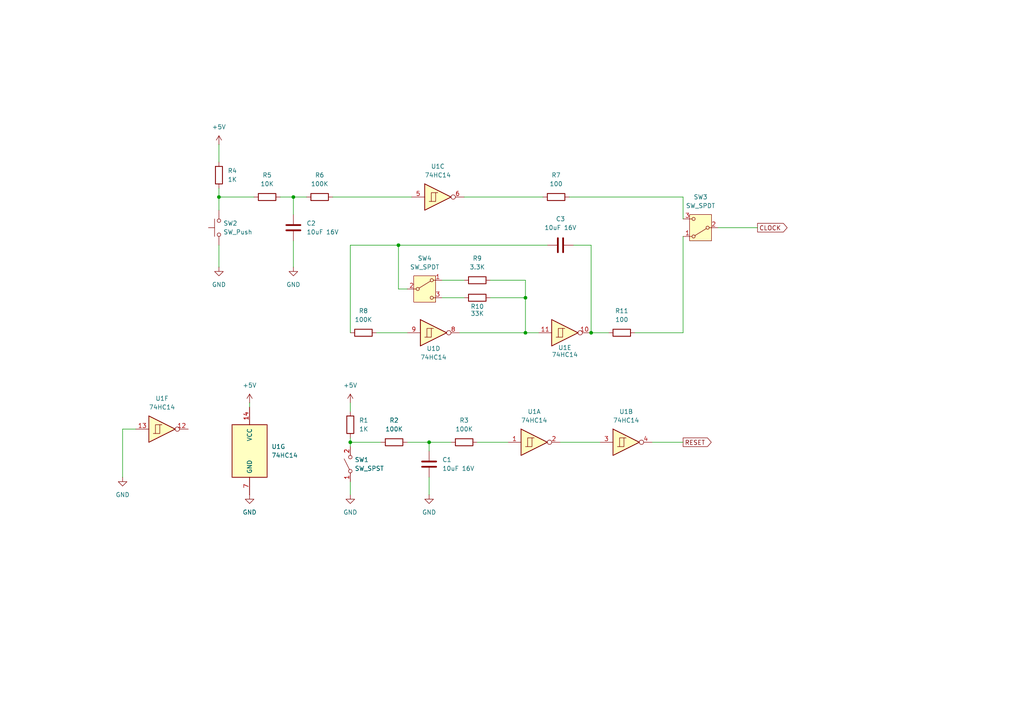
<source format=kicad_sch>
(kicad_sch
	(version 20231120)
	(generator "eeschema")
	(generator_version "8.0")
	(uuid "032fabdd-6ebd-4efa-be5f-455eeacbbdfd")
	(paper "A4")
	(lib_symbols
		(symbol "74xx:74HC14"
			(pin_names
				(offset 1.016)
			)
			(exclude_from_sim no)
			(in_bom yes)
			(on_board yes)
			(property "Reference" "U"
				(at 0 1.27 0)
				(effects
					(font
						(size 1.27 1.27)
					)
				)
			)
			(property "Value" "74HC14"
				(at 0 -1.27 0)
				(effects
					(font
						(size 1.27 1.27)
					)
				)
			)
			(property "Footprint" ""
				(at 0 0 0)
				(effects
					(font
						(size 1.27 1.27)
					)
					(hide yes)
				)
			)
			(property "Datasheet" "http://www.ti.com/lit/gpn/sn74HC14"
				(at 0 0 0)
				(effects
					(font
						(size 1.27 1.27)
					)
					(hide yes)
				)
			)
			(property "Description" "Hex inverter schmitt trigger"
				(at 0 0 0)
				(effects
					(font
						(size 1.27 1.27)
					)
					(hide yes)
				)
			)
			(property "ki_locked" ""
				(at 0 0 0)
				(effects
					(font
						(size 1.27 1.27)
					)
				)
			)
			(property "ki_keywords" "HCMOS not inverter"
				(at 0 0 0)
				(effects
					(font
						(size 1.27 1.27)
					)
					(hide yes)
				)
			)
			(property "ki_fp_filters" "DIP*W7.62mm*"
				(at 0 0 0)
				(effects
					(font
						(size 1.27 1.27)
					)
					(hide yes)
				)
			)
			(symbol "74HC14_1_0"
				(polyline
					(pts
						(xy -3.81 3.81) (xy -3.81 -3.81) (xy 3.81 0) (xy -3.81 3.81)
					)
					(stroke
						(width 0.254)
						(type default)
					)
					(fill
						(type background)
					)
				)
				(pin input line
					(at -7.62 0 0)
					(length 3.81)
					(name "~"
						(effects
							(font
								(size 1.27 1.27)
							)
						)
					)
					(number "1"
						(effects
							(font
								(size 1.27 1.27)
							)
						)
					)
				)
				(pin output inverted
					(at 7.62 0 180)
					(length 3.81)
					(name "~"
						(effects
							(font
								(size 1.27 1.27)
							)
						)
					)
					(number "2"
						(effects
							(font
								(size 1.27 1.27)
							)
						)
					)
				)
			)
			(symbol "74HC14_1_1"
				(polyline
					(pts
						(xy -1.905 -1.27) (xy -1.905 1.27) (xy -0.635 1.27)
					)
					(stroke
						(width 0)
						(type default)
					)
					(fill
						(type none)
					)
				)
				(polyline
					(pts
						(xy -2.54 -1.27) (xy -0.635 -1.27) (xy -0.635 1.27) (xy 0 1.27)
					)
					(stroke
						(width 0)
						(type default)
					)
					(fill
						(type none)
					)
				)
			)
			(symbol "74HC14_2_0"
				(polyline
					(pts
						(xy -3.81 3.81) (xy -3.81 -3.81) (xy 3.81 0) (xy -3.81 3.81)
					)
					(stroke
						(width 0.254)
						(type default)
					)
					(fill
						(type background)
					)
				)
				(pin input line
					(at -7.62 0 0)
					(length 3.81)
					(name "~"
						(effects
							(font
								(size 1.27 1.27)
							)
						)
					)
					(number "3"
						(effects
							(font
								(size 1.27 1.27)
							)
						)
					)
				)
				(pin output inverted
					(at 7.62 0 180)
					(length 3.81)
					(name "~"
						(effects
							(font
								(size 1.27 1.27)
							)
						)
					)
					(number "4"
						(effects
							(font
								(size 1.27 1.27)
							)
						)
					)
				)
			)
			(symbol "74HC14_2_1"
				(polyline
					(pts
						(xy -1.905 -1.27) (xy -1.905 1.27) (xy -0.635 1.27)
					)
					(stroke
						(width 0)
						(type default)
					)
					(fill
						(type none)
					)
				)
				(polyline
					(pts
						(xy -2.54 -1.27) (xy -0.635 -1.27) (xy -0.635 1.27) (xy 0 1.27)
					)
					(stroke
						(width 0)
						(type default)
					)
					(fill
						(type none)
					)
				)
			)
			(symbol "74HC14_3_0"
				(polyline
					(pts
						(xy -3.81 3.81) (xy -3.81 -3.81) (xy 3.81 0) (xy -3.81 3.81)
					)
					(stroke
						(width 0.254)
						(type default)
					)
					(fill
						(type background)
					)
				)
				(pin input line
					(at -7.62 0 0)
					(length 3.81)
					(name "~"
						(effects
							(font
								(size 1.27 1.27)
							)
						)
					)
					(number "5"
						(effects
							(font
								(size 1.27 1.27)
							)
						)
					)
				)
				(pin output inverted
					(at 7.62 0 180)
					(length 3.81)
					(name "~"
						(effects
							(font
								(size 1.27 1.27)
							)
						)
					)
					(number "6"
						(effects
							(font
								(size 1.27 1.27)
							)
						)
					)
				)
			)
			(symbol "74HC14_3_1"
				(polyline
					(pts
						(xy -1.905 -1.27) (xy -1.905 1.27) (xy -0.635 1.27)
					)
					(stroke
						(width 0)
						(type default)
					)
					(fill
						(type none)
					)
				)
				(polyline
					(pts
						(xy -2.54 -1.27) (xy -0.635 -1.27) (xy -0.635 1.27) (xy 0 1.27)
					)
					(stroke
						(width 0)
						(type default)
					)
					(fill
						(type none)
					)
				)
			)
			(symbol "74HC14_4_0"
				(polyline
					(pts
						(xy -3.81 3.81) (xy -3.81 -3.81) (xy 3.81 0) (xy -3.81 3.81)
					)
					(stroke
						(width 0.254)
						(type default)
					)
					(fill
						(type background)
					)
				)
				(pin output inverted
					(at 7.62 0 180)
					(length 3.81)
					(name "~"
						(effects
							(font
								(size 1.27 1.27)
							)
						)
					)
					(number "8"
						(effects
							(font
								(size 1.27 1.27)
							)
						)
					)
				)
				(pin input line
					(at -7.62 0 0)
					(length 3.81)
					(name "~"
						(effects
							(font
								(size 1.27 1.27)
							)
						)
					)
					(number "9"
						(effects
							(font
								(size 1.27 1.27)
							)
						)
					)
				)
			)
			(symbol "74HC14_4_1"
				(polyline
					(pts
						(xy -1.905 -1.27) (xy -1.905 1.27) (xy -0.635 1.27)
					)
					(stroke
						(width 0)
						(type default)
					)
					(fill
						(type none)
					)
				)
				(polyline
					(pts
						(xy -2.54 -1.27) (xy -0.635 -1.27) (xy -0.635 1.27) (xy 0 1.27)
					)
					(stroke
						(width 0)
						(type default)
					)
					(fill
						(type none)
					)
				)
			)
			(symbol "74HC14_5_0"
				(polyline
					(pts
						(xy -3.81 3.81) (xy -3.81 -3.81) (xy 3.81 0) (xy -3.81 3.81)
					)
					(stroke
						(width 0.254)
						(type default)
					)
					(fill
						(type background)
					)
				)
				(pin output inverted
					(at 7.62 0 180)
					(length 3.81)
					(name "~"
						(effects
							(font
								(size 1.27 1.27)
							)
						)
					)
					(number "10"
						(effects
							(font
								(size 1.27 1.27)
							)
						)
					)
				)
				(pin input line
					(at -7.62 0 0)
					(length 3.81)
					(name "~"
						(effects
							(font
								(size 1.27 1.27)
							)
						)
					)
					(number "11"
						(effects
							(font
								(size 1.27 1.27)
							)
						)
					)
				)
			)
			(symbol "74HC14_5_1"
				(polyline
					(pts
						(xy -1.905 -1.27) (xy -1.905 1.27) (xy -0.635 1.27)
					)
					(stroke
						(width 0)
						(type default)
					)
					(fill
						(type none)
					)
				)
				(polyline
					(pts
						(xy -2.54 -1.27) (xy -0.635 -1.27) (xy -0.635 1.27) (xy 0 1.27)
					)
					(stroke
						(width 0)
						(type default)
					)
					(fill
						(type none)
					)
				)
			)
			(symbol "74HC14_6_0"
				(polyline
					(pts
						(xy -3.81 3.81) (xy -3.81 -3.81) (xy 3.81 0) (xy -3.81 3.81)
					)
					(stroke
						(width 0.254)
						(type default)
					)
					(fill
						(type background)
					)
				)
				(pin output inverted
					(at 7.62 0 180)
					(length 3.81)
					(name "~"
						(effects
							(font
								(size 1.27 1.27)
							)
						)
					)
					(number "12"
						(effects
							(font
								(size 1.27 1.27)
							)
						)
					)
				)
				(pin input line
					(at -7.62 0 0)
					(length 3.81)
					(name "~"
						(effects
							(font
								(size 1.27 1.27)
							)
						)
					)
					(number "13"
						(effects
							(font
								(size 1.27 1.27)
							)
						)
					)
				)
			)
			(symbol "74HC14_6_1"
				(polyline
					(pts
						(xy -1.905 -1.27) (xy -1.905 1.27) (xy -0.635 1.27)
					)
					(stroke
						(width 0)
						(type default)
					)
					(fill
						(type none)
					)
				)
				(polyline
					(pts
						(xy -2.54 -1.27) (xy -0.635 -1.27) (xy -0.635 1.27) (xy 0 1.27)
					)
					(stroke
						(width 0)
						(type default)
					)
					(fill
						(type none)
					)
				)
			)
			(symbol "74HC14_7_0"
				(pin power_in line
					(at 0 12.7 270)
					(length 5.08)
					(name "VCC"
						(effects
							(font
								(size 1.27 1.27)
							)
						)
					)
					(number "14"
						(effects
							(font
								(size 1.27 1.27)
							)
						)
					)
				)
				(pin power_in line
					(at 0 -12.7 90)
					(length 5.08)
					(name "GND"
						(effects
							(font
								(size 1.27 1.27)
							)
						)
					)
					(number "7"
						(effects
							(font
								(size 1.27 1.27)
							)
						)
					)
				)
			)
			(symbol "74HC14_7_1"
				(rectangle
					(start -5.08 7.62)
					(end 5.08 -7.62)
					(stroke
						(width 0.254)
						(type default)
					)
					(fill
						(type background)
					)
				)
			)
		)
		(symbol "Device:C"
			(pin_numbers hide)
			(pin_names
				(offset 0.254)
			)
			(exclude_from_sim no)
			(in_bom yes)
			(on_board yes)
			(property "Reference" "C"
				(at 0.635 2.54 0)
				(effects
					(font
						(size 1.27 1.27)
					)
					(justify left)
				)
			)
			(property "Value" "C"
				(at 0.635 -2.54 0)
				(effects
					(font
						(size 1.27 1.27)
					)
					(justify left)
				)
			)
			(property "Footprint" ""
				(at 0.9652 -3.81 0)
				(effects
					(font
						(size 1.27 1.27)
					)
					(hide yes)
				)
			)
			(property "Datasheet" "~"
				(at 0 0 0)
				(effects
					(font
						(size 1.27 1.27)
					)
					(hide yes)
				)
			)
			(property "Description" "Unpolarized capacitor"
				(at 0 0 0)
				(effects
					(font
						(size 1.27 1.27)
					)
					(hide yes)
				)
			)
			(property "ki_keywords" "cap capacitor"
				(at 0 0 0)
				(effects
					(font
						(size 1.27 1.27)
					)
					(hide yes)
				)
			)
			(property "ki_fp_filters" "C_*"
				(at 0 0 0)
				(effects
					(font
						(size 1.27 1.27)
					)
					(hide yes)
				)
			)
			(symbol "C_0_1"
				(polyline
					(pts
						(xy -2.032 -0.762) (xy 2.032 -0.762)
					)
					(stroke
						(width 0.508)
						(type default)
					)
					(fill
						(type none)
					)
				)
				(polyline
					(pts
						(xy -2.032 0.762) (xy 2.032 0.762)
					)
					(stroke
						(width 0.508)
						(type default)
					)
					(fill
						(type none)
					)
				)
			)
			(symbol "C_1_1"
				(pin passive line
					(at 0 3.81 270)
					(length 2.794)
					(name "~"
						(effects
							(font
								(size 1.27 1.27)
							)
						)
					)
					(number "1"
						(effects
							(font
								(size 1.27 1.27)
							)
						)
					)
				)
				(pin passive line
					(at 0 -3.81 90)
					(length 2.794)
					(name "~"
						(effects
							(font
								(size 1.27 1.27)
							)
						)
					)
					(number "2"
						(effects
							(font
								(size 1.27 1.27)
							)
						)
					)
				)
			)
		)
		(symbol "Device:R"
			(pin_numbers hide)
			(pin_names
				(offset 0)
			)
			(exclude_from_sim no)
			(in_bom yes)
			(on_board yes)
			(property "Reference" "R"
				(at 2.032 0 90)
				(effects
					(font
						(size 1.27 1.27)
					)
				)
			)
			(property "Value" "R"
				(at 0 0 90)
				(effects
					(font
						(size 1.27 1.27)
					)
				)
			)
			(property "Footprint" ""
				(at -1.778 0 90)
				(effects
					(font
						(size 1.27 1.27)
					)
					(hide yes)
				)
			)
			(property "Datasheet" "~"
				(at 0 0 0)
				(effects
					(font
						(size 1.27 1.27)
					)
					(hide yes)
				)
			)
			(property "Description" "Resistor"
				(at 0 0 0)
				(effects
					(font
						(size 1.27 1.27)
					)
					(hide yes)
				)
			)
			(property "ki_keywords" "R res resistor"
				(at 0 0 0)
				(effects
					(font
						(size 1.27 1.27)
					)
					(hide yes)
				)
			)
			(property "ki_fp_filters" "R_*"
				(at 0 0 0)
				(effects
					(font
						(size 1.27 1.27)
					)
					(hide yes)
				)
			)
			(symbol "R_0_1"
				(rectangle
					(start -1.016 -2.54)
					(end 1.016 2.54)
					(stroke
						(width 0.254)
						(type default)
					)
					(fill
						(type none)
					)
				)
			)
			(symbol "R_1_1"
				(pin passive line
					(at 0 3.81 270)
					(length 1.27)
					(name "~"
						(effects
							(font
								(size 1.27 1.27)
							)
						)
					)
					(number "1"
						(effects
							(font
								(size 1.27 1.27)
							)
						)
					)
				)
				(pin passive line
					(at 0 -3.81 90)
					(length 1.27)
					(name "~"
						(effects
							(font
								(size 1.27 1.27)
							)
						)
					)
					(number "2"
						(effects
							(font
								(size 1.27 1.27)
							)
						)
					)
				)
			)
		)
		(symbol "Switch:SW_Push"
			(pin_numbers hide)
			(pin_names
				(offset 1.016) hide)
			(exclude_from_sim no)
			(in_bom yes)
			(on_board yes)
			(property "Reference" "SW"
				(at 1.27 2.54 0)
				(effects
					(font
						(size 1.27 1.27)
					)
					(justify left)
				)
			)
			(property "Value" "SW_Push"
				(at 0 -1.524 0)
				(effects
					(font
						(size 1.27 1.27)
					)
				)
			)
			(property "Footprint" ""
				(at 0 5.08 0)
				(effects
					(font
						(size 1.27 1.27)
					)
					(hide yes)
				)
			)
			(property "Datasheet" "~"
				(at 0 5.08 0)
				(effects
					(font
						(size 1.27 1.27)
					)
					(hide yes)
				)
			)
			(property "Description" "Push button switch, generic, two pins"
				(at 0 0 0)
				(effects
					(font
						(size 1.27 1.27)
					)
					(hide yes)
				)
			)
			(property "ki_keywords" "switch normally-open pushbutton push-button"
				(at 0 0 0)
				(effects
					(font
						(size 1.27 1.27)
					)
					(hide yes)
				)
			)
			(symbol "SW_Push_0_1"
				(circle
					(center -2.032 0)
					(radius 0.508)
					(stroke
						(width 0)
						(type default)
					)
					(fill
						(type none)
					)
				)
				(polyline
					(pts
						(xy 0 1.27) (xy 0 3.048)
					)
					(stroke
						(width 0)
						(type default)
					)
					(fill
						(type none)
					)
				)
				(polyline
					(pts
						(xy 2.54 1.27) (xy -2.54 1.27)
					)
					(stroke
						(width 0)
						(type default)
					)
					(fill
						(type none)
					)
				)
				(circle
					(center 2.032 0)
					(radius 0.508)
					(stroke
						(width 0)
						(type default)
					)
					(fill
						(type none)
					)
				)
				(pin passive line
					(at -5.08 0 0)
					(length 2.54)
					(name "1"
						(effects
							(font
								(size 1.27 1.27)
							)
						)
					)
					(number "1"
						(effects
							(font
								(size 1.27 1.27)
							)
						)
					)
				)
				(pin passive line
					(at 5.08 0 180)
					(length 2.54)
					(name "2"
						(effects
							(font
								(size 1.27 1.27)
							)
						)
					)
					(number "2"
						(effects
							(font
								(size 1.27 1.27)
							)
						)
					)
				)
			)
		)
		(symbol "Switch:SW_SPDT"
			(pin_names
				(offset 0) hide)
			(exclude_from_sim no)
			(in_bom yes)
			(on_board yes)
			(property "Reference" "SW"
				(at 0 5.08 0)
				(effects
					(font
						(size 1.27 1.27)
					)
				)
			)
			(property "Value" "SW_SPDT"
				(at 0 -5.08 0)
				(effects
					(font
						(size 1.27 1.27)
					)
				)
			)
			(property "Footprint" ""
				(at 0 0 0)
				(effects
					(font
						(size 1.27 1.27)
					)
					(hide yes)
				)
			)
			(property "Datasheet" "~"
				(at 0 -7.62 0)
				(effects
					(font
						(size 1.27 1.27)
					)
					(hide yes)
				)
			)
			(property "Description" "Switch, single pole double throw"
				(at 0 0 0)
				(effects
					(font
						(size 1.27 1.27)
					)
					(hide yes)
				)
			)
			(property "ki_keywords" "switch single-pole double-throw spdt ON-ON"
				(at 0 0 0)
				(effects
					(font
						(size 1.27 1.27)
					)
					(hide yes)
				)
			)
			(symbol "SW_SPDT_0_1"
				(circle
					(center -2.032 0)
					(radius 0.4572)
					(stroke
						(width 0)
						(type default)
					)
					(fill
						(type none)
					)
				)
				(polyline
					(pts
						(xy -1.651 0.254) (xy 1.651 2.286)
					)
					(stroke
						(width 0)
						(type default)
					)
					(fill
						(type none)
					)
				)
				(circle
					(center 2.032 -2.54)
					(radius 0.4572)
					(stroke
						(width 0)
						(type default)
					)
					(fill
						(type none)
					)
				)
				(circle
					(center 2.032 2.54)
					(radius 0.4572)
					(stroke
						(width 0)
						(type default)
					)
					(fill
						(type none)
					)
				)
			)
			(symbol "SW_SPDT_1_1"
				(rectangle
					(start -3.175 3.81)
					(end 3.175 -3.81)
					(stroke
						(width 0)
						(type default)
					)
					(fill
						(type background)
					)
				)
				(pin passive line
					(at 5.08 2.54 180)
					(length 2.54)
					(name "A"
						(effects
							(font
								(size 1.27 1.27)
							)
						)
					)
					(number "1"
						(effects
							(font
								(size 1.27 1.27)
							)
						)
					)
				)
				(pin passive line
					(at -5.08 0 0)
					(length 2.54)
					(name "B"
						(effects
							(font
								(size 1.27 1.27)
							)
						)
					)
					(number "2"
						(effects
							(font
								(size 1.27 1.27)
							)
						)
					)
				)
				(pin passive line
					(at 5.08 -2.54 180)
					(length 2.54)
					(name "C"
						(effects
							(font
								(size 1.27 1.27)
							)
						)
					)
					(number "3"
						(effects
							(font
								(size 1.27 1.27)
							)
						)
					)
				)
			)
		)
		(symbol "Switch:SW_SPST"
			(pin_names
				(offset 0) hide)
			(exclude_from_sim no)
			(in_bom yes)
			(on_board yes)
			(property "Reference" "SW"
				(at 0 3.175 0)
				(effects
					(font
						(size 1.27 1.27)
					)
				)
			)
			(property "Value" "SW_SPST"
				(at 0 -2.54 0)
				(effects
					(font
						(size 1.27 1.27)
					)
				)
			)
			(property "Footprint" ""
				(at 0 0 0)
				(effects
					(font
						(size 1.27 1.27)
					)
					(hide yes)
				)
			)
			(property "Datasheet" "~"
				(at 0 0 0)
				(effects
					(font
						(size 1.27 1.27)
					)
					(hide yes)
				)
			)
			(property "Description" "Single Pole Single Throw (SPST) switch"
				(at 0 0 0)
				(effects
					(font
						(size 1.27 1.27)
					)
					(hide yes)
				)
			)
			(property "ki_keywords" "switch lever"
				(at 0 0 0)
				(effects
					(font
						(size 1.27 1.27)
					)
					(hide yes)
				)
			)
			(symbol "SW_SPST_0_0"
				(circle
					(center -2.032 0)
					(radius 0.508)
					(stroke
						(width 0)
						(type default)
					)
					(fill
						(type none)
					)
				)
				(polyline
					(pts
						(xy -1.524 0.254) (xy 1.524 1.778)
					)
					(stroke
						(width 0)
						(type default)
					)
					(fill
						(type none)
					)
				)
				(circle
					(center 2.032 0)
					(radius 0.508)
					(stroke
						(width 0)
						(type default)
					)
					(fill
						(type none)
					)
				)
			)
			(symbol "SW_SPST_1_1"
				(pin passive line
					(at -5.08 0 0)
					(length 2.54)
					(name "A"
						(effects
							(font
								(size 1.27 1.27)
							)
						)
					)
					(number "1"
						(effects
							(font
								(size 1.27 1.27)
							)
						)
					)
				)
				(pin passive line
					(at 5.08 0 180)
					(length 2.54)
					(name "B"
						(effects
							(font
								(size 1.27 1.27)
							)
						)
					)
					(number "2"
						(effects
							(font
								(size 1.27 1.27)
							)
						)
					)
				)
			)
		)
		(symbol "power:+5V"
			(power)
			(pin_numbers hide)
			(pin_names
				(offset 0) hide)
			(exclude_from_sim no)
			(in_bom yes)
			(on_board yes)
			(property "Reference" "#PWR"
				(at 0 -3.81 0)
				(effects
					(font
						(size 1.27 1.27)
					)
					(hide yes)
				)
			)
			(property "Value" "+5V"
				(at 0 3.556 0)
				(effects
					(font
						(size 1.27 1.27)
					)
				)
			)
			(property "Footprint" ""
				(at 0 0 0)
				(effects
					(font
						(size 1.27 1.27)
					)
					(hide yes)
				)
			)
			(property "Datasheet" ""
				(at 0 0 0)
				(effects
					(font
						(size 1.27 1.27)
					)
					(hide yes)
				)
			)
			(property "Description" "Power symbol creates a global label with name \"+5V\""
				(at 0 0 0)
				(effects
					(font
						(size 1.27 1.27)
					)
					(hide yes)
				)
			)
			(property "ki_keywords" "global power"
				(at 0 0 0)
				(effects
					(font
						(size 1.27 1.27)
					)
					(hide yes)
				)
			)
			(symbol "+5V_0_1"
				(polyline
					(pts
						(xy -0.762 1.27) (xy 0 2.54)
					)
					(stroke
						(width 0)
						(type default)
					)
					(fill
						(type none)
					)
				)
				(polyline
					(pts
						(xy 0 0) (xy 0 2.54)
					)
					(stroke
						(width 0)
						(type default)
					)
					(fill
						(type none)
					)
				)
				(polyline
					(pts
						(xy 0 2.54) (xy 0.762 1.27)
					)
					(stroke
						(width 0)
						(type default)
					)
					(fill
						(type none)
					)
				)
			)
			(symbol "+5V_1_1"
				(pin power_in line
					(at 0 0 90)
					(length 0)
					(name "~"
						(effects
							(font
								(size 1.27 1.27)
							)
						)
					)
					(number "1"
						(effects
							(font
								(size 1.27 1.27)
							)
						)
					)
				)
			)
		)
		(symbol "power:GND"
			(power)
			(pin_numbers hide)
			(pin_names
				(offset 0) hide)
			(exclude_from_sim no)
			(in_bom yes)
			(on_board yes)
			(property "Reference" "#PWR"
				(at 0 -6.35 0)
				(effects
					(font
						(size 1.27 1.27)
					)
					(hide yes)
				)
			)
			(property "Value" "GND"
				(at 0 -3.81 0)
				(effects
					(font
						(size 1.27 1.27)
					)
				)
			)
			(property "Footprint" ""
				(at 0 0 0)
				(effects
					(font
						(size 1.27 1.27)
					)
					(hide yes)
				)
			)
			(property "Datasheet" ""
				(at 0 0 0)
				(effects
					(font
						(size 1.27 1.27)
					)
					(hide yes)
				)
			)
			(property "Description" "Power symbol creates a global label with name \"GND\" , ground"
				(at 0 0 0)
				(effects
					(font
						(size 1.27 1.27)
					)
					(hide yes)
				)
			)
			(property "ki_keywords" "global power"
				(at 0 0 0)
				(effects
					(font
						(size 1.27 1.27)
					)
					(hide yes)
				)
			)
			(symbol "GND_0_1"
				(polyline
					(pts
						(xy 0 0) (xy 0 -1.27) (xy 1.27 -1.27) (xy 0 -2.54) (xy -1.27 -1.27) (xy 0 -1.27)
					)
					(stroke
						(width 0)
						(type default)
					)
					(fill
						(type none)
					)
				)
			)
			(symbol "GND_1_1"
				(pin power_in line
					(at 0 0 270)
					(length 0)
					(name "~"
						(effects
							(font
								(size 1.27 1.27)
							)
						)
					)
					(number "1"
						(effects
							(font
								(size 1.27 1.27)
							)
						)
					)
				)
			)
		)
	)
	(junction
		(at 115.57 71.12)
		(diameter 0)
		(color 0 0 0 0)
		(uuid "54e7173b-e2ac-4d7a-a777-8b2f7e51c479")
	)
	(junction
		(at 63.5 57.15)
		(diameter 0)
		(color 0 0 0 0)
		(uuid "650bc40d-1e1c-4936-bf77-bf2837417f25")
	)
	(junction
		(at 124.46 128.27)
		(diameter 0)
		(color 0 0 0 0)
		(uuid "7537fbc8-de39-4444-9330-c948b908bc2f")
	)
	(junction
		(at 101.6 128.27)
		(diameter 0)
		(color 0 0 0 0)
		(uuid "7c3c9325-3769-4ca2-896a-8f6471ace5bf")
	)
	(junction
		(at 171.45 96.52)
		(diameter 0)
		(color 0 0 0 0)
		(uuid "826dc48a-9ee1-489b-ae5f-6b0e870ae2bc")
	)
	(junction
		(at 152.4 86.36)
		(diameter 0)
		(color 0 0 0 0)
		(uuid "9cf2feb4-a9a4-4e97-9655-72e59622ef8b")
	)
	(junction
		(at 152.4 96.52)
		(diameter 0)
		(color 0 0 0 0)
		(uuid "ad10f1b5-32a3-4a2e-9b7b-b1ae54252d6a")
	)
	(junction
		(at 85.09 57.15)
		(diameter 0)
		(color 0 0 0 0)
		(uuid "b8eb7a0f-91ab-4536-a056-a38eefe28a7c")
	)
	(wire
		(pts
			(xy 115.57 83.82) (xy 118.11 83.82)
		)
		(stroke
			(width 0)
			(type default)
		)
		(uuid "03462c6d-a638-489d-a912-cf4a3cd120a7")
	)
	(wire
		(pts
			(xy 152.4 81.28) (xy 152.4 86.36)
		)
		(stroke
			(width 0)
			(type default)
		)
		(uuid "0bea2e9d-37ea-4dda-b46c-4982570335cd")
	)
	(wire
		(pts
			(xy 152.4 86.36) (xy 152.4 96.52)
		)
		(stroke
			(width 0)
			(type default)
		)
		(uuid "0c561231-5d95-4725-8d8d-532aa8477f02")
	)
	(wire
		(pts
			(xy 85.09 69.85) (xy 85.09 77.47)
		)
		(stroke
			(width 0)
			(type default)
		)
		(uuid "0e8a063a-9bf8-4bf5-9030-6d48c25af2f3")
	)
	(wire
		(pts
			(xy 162.56 128.27) (xy 173.99 128.27)
		)
		(stroke
			(width 0)
			(type default)
		)
		(uuid "12fcff07-3ff3-4202-a738-f8438cf81564")
	)
	(wire
		(pts
			(xy 124.46 128.27) (xy 130.81 128.27)
		)
		(stroke
			(width 0)
			(type default)
		)
		(uuid "1dbb1a37-6c3d-401d-bb2b-ddde4240f1e5")
	)
	(wire
		(pts
			(xy 133.35 96.52) (xy 152.4 96.52)
		)
		(stroke
			(width 0)
			(type default)
		)
		(uuid "1e52812c-ea35-4f94-9600-477aae398fb5")
	)
	(wire
		(pts
			(xy 138.43 128.27) (xy 147.32 128.27)
		)
		(stroke
			(width 0)
			(type default)
		)
		(uuid "1f5c5648-0132-48c9-949f-fcf4e1e3ace0")
	)
	(wire
		(pts
			(xy 101.6 71.12) (xy 101.6 96.52)
		)
		(stroke
			(width 0)
			(type default)
		)
		(uuid "23ca7a0c-4cf7-4933-86c5-af22d7536524")
	)
	(wire
		(pts
			(xy 109.22 96.52) (xy 118.11 96.52)
		)
		(stroke
			(width 0)
			(type default)
		)
		(uuid "24389c4e-e944-4e0e-93d8-f7ac5b22fb86")
	)
	(wire
		(pts
			(xy 35.56 124.46) (xy 35.56 138.43)
		)
		(stroke
			(width 0)
			(type default)
		)
		(uuid "2bd1fc84-958c-4224-a5ae-0518b7750f73")
	)
	(wire
		(pts
			(xy 72.39 116.84) (xy 72.39 118.11)
		)
		(stroke
			(width 0)
			(type default)
		)
		(uuid "396beb1c-a027-4fad-bceb-1554bb7d78e8")
	)
	(wire
		(pts
			(xy 81.28 57.15) (xy 85.09 57.15)
		)
		(stroke
			(width 0)
			(type default)
		)
		(uuid "3ce41bd4-d46d-42bd-b509-b4eb8f28c37b")
	)
	(wire
		(pts
			(xy 101.6 128.27) (xy 110.49 128.27)
		)
		(stroke
			(width 0)
			(type default)
		)
		(uuid "46f92350-08b3-4c46-a625-32a95d7d3364")
	)
	(wire
		(pts
			(xy 63.5 41.91) (xy 63.5 46.99)
		)
		(stroke
			(width 0)
			(type default)
		)
		(uuid "4f9ecc4b-813a-465f-955d-3313aace2f51")
	)
	(wire
		(pts
			(xy 101.6 116.84) (xy 101.6 119.38)
		)
		(stroke
			(width 0)
			(type default)
		)
		(uuid "50f96874-afe9-40a7-9f12-3c008be727c6")
	)
	(wire
		(pts
			(xy 115.57 71.12) (xy 115.57 83.82)
		)
		(stroke
			(width 0)
			(type default)
		)
		(uuid "51d2dbe3-ecc5-4c3c-bfaf-af4570b9ebbd")
	)
	(wire
		(pts
			(xy 39.37 124.46) (xy 35.56 124.46)
		)
		(stroke
			(width 0)
			(type default)
		)
		(uuid "5dafe701-b063-48e5-97a5-572cc38696f5")
	)
	(wire
		(pts
			(xy 101.6 127) (xy 101.6 128.27)
		)
		(stroke
			(width 0)
			(type default)
		)
		(uuid "60591c8e-f250-430b-9b47-f03b592316a6")
	)
	(wire
		(pts
			(xy 115.57 71.12) (xy 101.6 71.12)
		)
		(stroke
			(width 0)
			(type default)
		)
		(uuid "609c01a3-1bc1-4e8d-a11f-bfe1e51b4cde")
	)
	(wire
		(pts
			(xy 85.09 57.15) (xy 88.9 57.15)
		)
		(stroke
			(width 0)
			(type default)
		)
		(uuid "60a26294-f7d2-437c-af2c-e5aadce7c19a")
	)
	(wire
		(pts
			(xy 171.45 96.52) (xy 176.53 96.52)
		)
		(stroke
			(width 0)
			(type default)
		)
		(uuid "655b38e2-941e-46e3-8d76-72744eb1bf37")
	)
	(wire
		(pts
			(xy 189.23 128.27) (xy 198.12 128.27)
		)
		(stroke
			(width 0)
			(type default)
		)
		(uuid "6a016d82-9d22-4709-b149-ac3d7295d7ba")
	)
	(wire
		(pts
			(xy 101.6 139.7) (xy 101.6 143.51)
		)
		(stroke
			(width 0)
			(type default)
		)
		(uuid "6d647dc6-df9f-448b-a520-7673c74127c5")
	)
	(wire
		(pts
			(xy 96.52 57.15) (xy 119.38 57.15)
		)
		(stroke
			(width 0)
			(type default)
		)
		(uuid "7a338cb8-4524-4b0c-a213-629a342c9b51")
	)
	(wire
		(pts
			(xy 171.45 71.12) (xy 171.45 96.52)
		)
		(stroke
			(width 0)
			(type default)
		)
		(uuid "7cd2cba9-6eb0-45b4-a611-e40f7736c412")
	)
	(wire
		(pts
			(xy 128.27 81.28) (xy 134.62 81.28)
		)
		(stroke
			(width 0)
			(type default)
		)
		(uuid "7ef7b30d-8018-4ca4-b40c-276e50980f85")
	)
	(wire
		(pts
			(xy 184.15 96.52) (xy 198.12 96.52)
		)
		(stroke
			(width 0)
			(type default)
		)
		(uuid "8828852e-deee-4f93-9dc1-b157b26ca59c")
	)
	(wire
		(pts
			(xy 115.57 71.12) (xy 158.75 71.12)
		)
		(stroke
			(width 0)
			(type default)
		)
		(uuid "94ea106c-252a-4249-9b47-53c733b81118")
	)
	(wire
		(pts
			(xy 124.46 128.27) (xy 124.46 130.81)
		)
		(stroke
			(width 0)
			(type default)
		)
		(uuid "9b664115-85ad-475b-8fbc-c6aee4bddae9")
	)
	(wire
		(pts
			(xy 166.37 71.12) (xy 171.45 71.12)
		)
		(stroke
			(width 0)
			(type default)
		)
		(uuid "9c570798-e8ef-4d4e-8ac1-c5a9140b2ded")
	)
	(wire
		(pts
			(xy 63.5 57.15) (xy 73.66 57.15)
		)
		(stroke
			(width 0)
			(type default)
		)
		(uuid "a90b2e6e-519e-4a5f-bb80-329043c0fc06")
	)
	(wire
		(pts
			(xy 134.62 57.15) (xy 157.48 57.15)
		)
		(stroke
			(width 0)
			(type default)
		)
		(uuid "aa10127c-3b03-434d-a357-bfa0a0e8b500")
	)
	(wire
		(pts
			(xy 101.6 128.27) (xy 101.6 129.54)
		)
		(stroke
			(width 0)
			(type default)
		)
		(uuid "aaf26f60-df72-4c5a-9cfc-fc219318c3b1")
	)
	(wire
		(pts
			(xy 63.5 57.15) (xy 63.5 60.96)
		)
		(stroke
			(width 0)
			(type default)
		)
		(uuid "aaf36f77-750b-4e0d-8a7f-163fb9156068")
	)
	(wire
		(pts
			(xy 128.27 86.36) (xy 134.62 86.36)
		)
		(stroke
			(width 0)
			(type default)
		)
		(uuid "ab16b953-455c-4fec-a387-f244539edb64")
	)
	(wire
		(pts
			(xy 63.5 71.12) (xy 63.5 77.47)
		)
		(stroke
			(width 0)
			(type default)
		)
		(uuid "ac096400-6b9e-41d1-b372-96f2ee118350")
	)
	(wire
		(pts
			(xy 198.12 57.15) (xy 165.1 57.15)
		)
		(stroke
			(width 0)
			(type default)
		)
		(uuid "b0af30b9-a33c-4176-836f-c7aefb069165")
	)
	(wire
		(pts
			(xy 152.4 96.52) (xy 156.21 96.52)
		)
		(stroke
			(width 0)
			(type default)
		)
		(uuid "c0f2c5fa-da36-42bf-831e-ceb7e33d2f7d")
	)
	(wire
		(pts
			(xy 198.12 63.5) (xy 198.12 57.15)
		)
		(stroke
			(width 0)
			(type default)
		)
		(uuid "c19f5576-eea5-46c2-94bc-c0df9361878f")
	)
	(wire
		(pts
			(xy 85.09 57.15) (xy 85.09 62.23)
		)
		(stroke
			(width 0)
			(type default)
		)
		(uuid "c4ef9aca-eaf6-4c9d-ad52-45b0ebbc3d96")
	)
	(wire
		(pts
			(xy 63.5 54.61) (xy 63.5 57.15)
		)
		(stroke
			(width 0)
			(type default)
		)
		(uuid "c77ebbc1-6f11-4db6-ad47-1fab2e6cea52")
	)
	(wire
		(pts
			(xy 124.46 138.43) (xy 124.46 143.51)
		)
		(stroke
			(width 0)
			(type default)
		)
		(uuid "cad65bff-866a-493f-8887-9339916610ed")
	)
	(wire
		(pts
			(xy 142.24 86.36) (xy 152.4 86.36)
		)
		(stroke
			(width 0)
			(type default)
		)
		(uuid "cc12bf89-6af0-412f-b905-36e6c07ebcd9")
	)
	(wire
		(pts
			(xy 208.28 66.04) (xy 219.71 66.04)
		)
		(stroke
			(width 0)
			(type default)
		)
		(uuid "cc48d8d7-ffc9-42ca-9d22-599dabb02184")
	)
	(wire
		(pts
			(xy 118.11 128.27) (xy 124.46 128.27)
		)
		(stroke
			(width 0)
			(type default)
		)
		(uuid "cd44d765-c022-45f1-9642-8b57346afa65")
	)
	(wire
		(pts
			(xy 198.12 96.52) (xy 198.12 68.58)
		)
		(stroke
			(width 0)
			(type default)
		)
		(uuid "d12c1502-4cca-441b-8b53-4822fee7c6fe")
	)
	(wire
		(pts
			(xy 142.24 81.28) (xy 152.4 81.28)
		)
		(stroke
			(width 0)
			(type default)
		)
		(uuid "fb86d384-e1c7-4b1b-8131-1d370f6f1a1e")
	)
	(global_label "CLOCK"
		(shape output)
		(at 219.71 66.04 0)
		(fields_autoplaced yes)
		(effects
			(font
				(size 1.27 1.27)
			)
			(justify left)
		)
		(uuid "a09f3a7b-8c51-4437-b889-5ba354de374a")
		(property "Intersheetrefs" "${INTERSHEET_REFS}"
			(at 228.8638 66.04 0)
			(effects
				(font
					(size 1.27 1.27)
				)
				(justify left)
				(hide yes)
			)
		)
	)
	(global_label "RESET"
		(shape output)
		(at 198.12 128.27 0)
		(fields_autoplaced yes)
		(effects
			(font
				(size 1.27 1.27)
			)
			(justify left)
		)
		(uuid "cd2e671f-6d3d-4957-a6df-6edd72dda5fd")
		(property "Intersheetrefs" "${INTERSHEET_REFS}"
			(at 206.8503 128.27 0)
			(effects
				(font
					(size 1.27 1.27)
				)
				(justify left)
				(hide yes)
			)
		)
	)
	(symbol
		(lib_id "74xx:74HC14")
		(at 72.39 130.81 0)
		(unit 7)
		(exclude_from_sim no)
		(in_bom yes)
		(on_board yes)
		(dnp no)
		(fields_autoplaced yes)
		(uuid "005f0c09-ede8-4ad5-87c3-cbe82fa1df52")
		(property "Reference" "U1"
			(at 78.74 129.5399 0)
			(effects
				(font
					(size 1.27 1.27)
				)
				(justify left)
			)
		)
		(property "Value" "74HC14"
			(at 78.74 132.0799 0)
			(effects
				(font
					(size 1.27 1.27)
				)
				(justify left)
			)
		)
		(property "Footprint" "footprint_library:DIP14_TOS"
			(at 72.39 130.81 0)
			(effects
				(font
					(size 1.27 1.27)
				)
				(hide yes)
			)
		)
		(property "Datasheet" "http://www.ti.com/lit/gpn/sn74HC14"
			(at 72.39 130.81 0)
			(effects
				(font
					(size 1.27 1.27)
				)
				(hide yes)
			)
		)
		(property "Description" "Hex inverter schmitt trigger"
			(at 72.39 130.81 0)
			(effects
				(font
					(size 1.27 1.27)
				)
				(hide yes)
			)
		)
		(pin "7"
			(uuid "5882a0ba-6997-4966-84d5-9b471657b334")
		)
		(pin "6"
			(uuid "9290d01b-ff17-4b59-a3ac-40e68a99a08c")
		)
		(pin "5"
			(uuid "5932ed77-f18a-458a-9b20-cf115f244ac4")
		)
		(pin "4"
			(uuid "72de2643-62b4-447a-98b1-69bcfe1befc1")
		)
		(pin "11"
			(uuid "88273b7b-c7a9-481d-8b61-513e4a519b24")
		)
		(pin "3"
			(uuid "57f6c3ed-aebf-4a07-8504-359dc9743718")
		)
		(pin "9"
			(uuid "313f07f7-c5dd-4f43-b8ca-3b90d4ae5f82")
		)
		(pin "1"
			(uuid "7840c7fe-8712-4f0c-a578-b18150d71bb8")
		)
		(pin "8"
			(uuid "0592c53a-dc78-4ce5-8713-d9532499bf5f")
		)
		(pin "13"
			(uuid "037a1428-5f83-43c9-b3cb-662e8c51fadc")
		)
		(pin "10"
			(uuid "401cdb85-73c1-4a2e-9c73-c3380f29122c")
		)
		(pin "12"
			(uuid "d9969a4a-c72b-442c-aa18-9a92cd23e4bc")
		)
		(pin "14"
			(uuid "fd59115c-e2b2-45e6-a2d1-2d1746f1f21b")
		)
		(pin "2"
			(uuid "7f71614a-7f2b-49a0-ab7e-783ab2fc7d98")
		)
		(instances
			(project ""
				(path "/032fabdd-6ebd-4efa-be5f-455eeacbbdfd"
					(reference "U1")
					(unit 7)
				)
			)
		)
	)
	(symbol
		(lib_id "power:+5V")
		(at 72.39 116.84 0)
		(unit 1)
		(exclude_from_sim no)
		(in_bom yes)
		(on_board yes)
		(dnp no)
		(fields_autoplaced yes)
		(uuid "0dcbb898-84cf-4cd4-a09c-c77c704f68f8")
		(property "Reference" "#PWR04"
			(at 72.39 120.65 0)
			(effects
				(font
					(size 1.27 1.27)
				)
				(hide yes)
			)
		)
		(property "Value" "+5V"
			(at 72.39 111.76 0)
			(effects
				(font
					(size 1.27 1.27)
				)
			)
		)
		(property "Footprint" ""
			(at 72.39 116.84 0)
			(effects
				(font
					(size 1.27 1.27)
				)
				(hide yes)
			)
		)
		(property "Datasheet" ""
			(at 72.39 116.84 0)
			(effects
				(font
					(size 1.27 1.27)
				)
				(hide yes)
			)
		)
		(property "Description" "Power symbol creates a global label with name \"+5V\""
			(at 72.39 116.84 0)
			(effects
				(font
					(size 1.27 1.27)
				)
				(hide yes)
			)
		)
		(pin "1"
			(uuid "62ad2469-4ec1-46a9-aba5-a9f9b0284153")
		)
		(instances
			(project "clock_module"
				(path "/032fabdd-6ebd-4efa-be5f-455eeacbbdfd"
					(reference "#PWR04")
					(unit 1)
				)
			)
		)
	)
	(symbol
		(lib_id "power:GND")
		(at 72.39 143.51 0)
		(unit 1)
		(exclude_from_sim no)
		(in_bom yes)
		(on_board yes)
		(dnp no)
		(fields_autoplaced yes)
		(uuid "1837a8c2-954b-4134-bb25-da1cacb5a0d7")
		(property "Reference" "#PWR05"
			(at 72.39 149.86 0)
			(effects
				(font
					(size 1.27 1.27)
				)
				(hide yes)
			)
		)
		(property "Value" "GND"
			(at 72.39 148.59 0)
			(effects
				(font
					(size 1.27 1.27)
				)
			)
		)
		(property "Footprint" ""
			(at 72.39 143.51 0)
			(effects
				(font
					(size 1.27 1.27)
				)
				(hide yes)
			)
		)
		(property "Datasheet" ""
			(at 72.39 143.51 0)
			(effects
				(font
					(size 1.27 1.27)
				)
				(hide yes)
			)
		)
		(property "Description" "Power symbol creates a global label with name \"GND\" , ground"
			(at 72.39 143.51 0)
			(effects
				(font
					(size 1.27 1.27)
				)
				(hide yes)
			)
		)
		(pin "1"
			(uuid "8388dd2f-2f31-4d9c-89b0-2d998137d2f8")
		)
		(instances
			(project "clock_module"
				(path "/032fabdd-6ebd-4efa-be5f-455eeacbbdfd"
					(reference "#PWR05")
					(unit 1)
				)
			)
		)
	)
	(symbol
		(lib_id "power:GND")
		(at 35.56 138.43 0)
		(unit 1)
		(exclude_from_sim no)
		(in_bom yes)
		(on_board yes)
		(dnp no)
		(fields_autoplaced yes)
		(uuid "1ed967aa-acc2-4886-922a-d1f7c1cfd95b")
		(property "Reference" "#PWR09"
			(at 35.56 144.78 0)
			(effects
				(font
					(size 1.27 1.27)
				)
				(hide yes)
			)
		)
		(property "Value" "GND"
			(at 35.56 143.51 0)
			(effects
				(font
					(size 1.27 1.27)
				)
			)
		)
		(property "Footprint" ""
			(at 35.56 138.43 0)
			(effects
				(font
					(size 1.27 1.27)
				)
				(hide yes)
			)
		)
		(property "Datasheet" ""
			(at 35.56 138.43 0)
			(effects
				(font
					(size 1.27 1.27)
				)
				(hide yes)
			)
		)
		(property "Description" "Power symbol creates a global label with name \"GND\" , ground"
			(at 35.56 138.43 0)
			(effects
				(font
					(size 1.27 1.27)
				)
				(hide yes)
			)
		)
		(pin "1"
			(uuid "ebeb8d6a-75d6-4d59-a975-e0e53f7acba4")
		)
		(instances
			(project "clock_module"
				(path "/032fabdd-6ebd-4efa-be5f-455eeacbbdfd"
					(reference "#PWR09")
					(unit 1)
				)
			)
		)
	)
	(symbol
		(lib_id "Device:R")
		(at 105.41 96.52 90)
		(unit 1)
		(exclude_from_sim no)
		(in_bom yes)
		(on_board yes)
		(dnp no)
		(fields_autoplaced yes)
		(uuid "2df05198-a074-4341-8221-1066fb749014")
		(property "Reference" "R8"
			(at 105.41 90.17 90)
			(effects
				(font
					(size 1.27 1.27)
				)
			)
		)
		(property "Value" "100K"
			(at 105.41 92.71 90)
			(effects
				(font
					(size 1.27 1.27)
				)
			)
		)
		(property "Footprint" "Resistor_THT:R_Axial_DIN0207_L6.3mm_D2.5mm_P10.16mm_Horizontal"
			(at 105.41 98.298 90)
			(effects
				(font
					(size 1.27 1.27)
				)
				(hide yes)
			)
		)
		(property "Datasheet" "~"
			(at 105.41 96.52 0)
			(effects
				(font
					(size 1.27 1.27)
				)
				(hide yes)
			)
		)
		(property "Description" "Resistor"
			(at 105.41 96.52 0)
			(effects
				(font
					(size 1.27 1.27)
				)
				(hide yes)
			)
		)
		(pin "1"
			(uuid "5b7b3b9e-4986-43be-986e-13f6ebacd9ec")
		)
		(pin "2"
			(uuid "e0764f5d-97a8-4e75-aa92-304e9f469782")
		)
		(instances
			(project "clock_module"
				(path "/032fabdd-6ebd-4efa-be5f-455eeacbbdfd"
					(reference "R8")
					(unit 1)
				)
			)
		)
	)
	(symbol
		(lib_id "Device:R")
		(at 180.34 96.52 90)
		(unit 1)
		(exclude_from_sim no)
		(in_bom yes)
		(on_board yes)
		(dnp no)
		(fields_autoplaced yes)
		(uuid "36944d43-fb40-4b09-a18e-0dce88385e8b")
		(property "Reference" "R11"
			(at 180.34 90.17 90)
			(effects
				(font
					(size 1.27 1.27)
				)
			)
		)
		(property "Value" "100"
			(at 180.34 92.71 90)
			(effects
				(font
					(size 1.27 1.27)
				)
			)
		)
		(property "Footprint" "Resistor_THT:R_Axial_DIN0207_L6.3mm_D2.5mm_P10.16mm_Horizontal"
			(at 180.34 98.298 90)
			(effects
				(font
					(size 1.27 1.27)
				)
				(hide yes)
			)
		)
		(property "Datasheet" "~"
			(at 180.34 96.52 0)
			(effects
				(font
					(size 1.27 1.27)
				)
				(hide yes)
			)
		)
		(property "Description" "Resistor"
			(at 180.34 96.52 0)
			(effects
				(font
					(size 1.27 1.27)
				)
				(hide yes)
			)
		)
		(pin "1"
			(uuid "d410f315-1971-4c80-87da-83579262f8ce")
		)
		(pin "2"
			(uuid "d49d8f42-1a83-4209-b008-93d2dc132301")
		)
		(instances
			(project "clock_module"
				(path "/032fabdd-6ebd-4efa-be5f-455eeacbbdfd"
					(reference "R11")
					(unit 1)
				)
			)
		)
	)
	(symbol
		(lib_id "Device:R")
		(at 77.47 57.15 90)
		(unit 1)
		(exclude_from_sim no)
		(in_bom yes)
		(on_board yes)
		(dnp no)
		(fields_autoplaced yes)
		(uuid "3a8e1425-fa5a-4efb-bf07-d4a25bdd14de")
		(property "Reference" "R5"
			(at 77.47 50.8 90)
			(effects
				(font
					(size 1.27 1.27)
				)
			)
		)
		(property "Value" "10K"
			(at 77.47 53.34 90)
			(effects
				(font
					(size 1.27 1.27)
				)
			)
		)
		(property "Footprint" "Resistor_THT:R_Axial_DIN0207_L6.3mm_D2.5mm_P10.16mm_Horizontal"
			(at 77.47 58.928 90)
			(effects
				(font
					(size 1.27 1.27)
				)
				(hide yes)
			)
		)
		(property "Datasheet" "~"
			(at 77.47 57.15 0)
			(effects
				(font
					(size 1.27 1.27)
				)
				(hide yes)
			)
		)
		(property "Description" "Resistor"
			(at 77.47 57.15 0)
			(effects
				(font
					(size 1.27 1.27)
				)
				(hide yes)
			)
		)
		(pin "1"
			(uuid "9749e1e8-9665-4fd8-9fe8-ba998b33bc2f")
		)
		(pin "2"
			(uuid "16c72253-99b5-4fd7-a4ec-8d2c71f27929")
		)
		(instances
			(project ""
				(path "/032fabdd-6ebd-4efa-be5f-455eeacbbdfd"
					(reference "R5")
					(unit 1)
				)
			)
		)
	)
	(symbol
		(lib_id "power:GND")
		(at 63.5 77.47 0)
		(unit 1)
		(exclude_from_sim no)
		(in_bom yes)
		(on_board yes)
		(dnp no)
		(fields_autoplaced yes)
		(uuid "3c54cec3-b0c7-4622-af6e-021727958d96")
		(property "Reference" "#PWR07"
			(at 63.5 83.82 0)
			(effects
				(font
					(size 1.27 1.27)
				)
				(hide yes)
			)
		)
		(property "Value" "GND"
			(at 63.5 82.55 0)
			(effects
				(font
					(size 1.27 1.27)
				)
			)
		)
		(property "Footprint" ""
			(at 63.5 77.47 0)
			(effects
				(font
					(size 1.27 1.27)
				)
				(hide yes)
			)
		)
		(property "Datasheet" ""
			(at 63.5 77.47 0)
			(effects
				(font
					(size 1.27 1.27)
				)
				(hide yes)
			)
		)
		(property "Description" "Power symbol creates a global label with name \"GND\" , ground"
			(at 63.5 77.47 0)
			(effects
				(font
					(size 1.27 1.27)
				)
				(hide yes)
			)
		)
		(pin "1"
			(uuid "983c596d-30a8-4f9d-9308-1051eb9fdb33")
		)
		(instances
			(project ""
				(path "/032fabdd-6ebd-4efa-be5f-455eeacbbdfd"
					(reference "#PWR07")
					(unit 1)
				)
			)
		)
	)
	(symbol
		(lib_id "power:GND")
		(at 85.09 77.47 0)
		(unit 1)
		(exclude_from_sim no)
		(in_bom yes)
		(on_board yes)
		(dnp no)
		(fields_autoplaced yes)
		(uuid "5505759b-d956-4bdc-8bef-25606bad7e3c")
		(property "Reference" "#PWR08"
			(at 85.09 83.82 0)
			(effects
				(font
					(size 1.27 1.27)
				)
				(hide yes)
			)
		)
		(property "Value" "GND"
			(at 85.09 82.55 0)
			(effects
				(font
					(size 1.27 1.27)
				)
			)
		)
		(property "Footprint" ""
			(at 85.09 77.47 0)
			(effects
				(font
					(size 1.27 1.27)
				)
				(hide yes)
			)
		)
		(property "Datasheet" ""
			(at 85.09 77.47 0)
			(effects
				(font
					(size 1.27 1.27)
				)
				(hide yes)
			)
		)
		(property "Description" "Power symbol creates a global label with name \"GND\" , ground"
			(at 85.09 77.47 0)
			(effects
				(font
					(size 1.27 1.27)
				)
				(hide yes)
			)
		)
		(pin "1"
			(uuid "cb3192a1-390b-4170-8dbb-19e6b09bbc5a")
		)
		(instances
			(project ""
				(path "/032fabdd-6ebd-4efa-be5f-455eeacbbdfd"
					(reference "#PWR08")
					(unit 1)
				)
			)
		)
	)
	(symbol
		(lib_id "Device:R")
		(at 134.62 128.27 90)
		(unit 1)
		(exclude_from_sim no)
		(in_bom yes)
		(on_board yes)
		(dnp no)
		(fields_autoplaced yes)
		(uuid "574ad8a7-68eb-4f58-8d75-d6dc4990c187")
		(property "Reference" "R3"
			(at 134.62 121.92 90)
			(effects
				(font
					(size 1.27 1.27)
				)
			)
		)
		(property "Value" "100K"
			(at 134.62 124.46 90)
			(effects
				(font
					(size 1.27 1.27)
				)
			)
		)
		(property "Footprint" "Resistor_THT:R_Axial_DIN0207_L6.3mm_D2.5mm_P10.16mm_Horizontal"
			(at 134.62 130.048 90)
			(effects
				(font
					(size 1.27 1.27)
				)
				(hide yes)
			)
		)
		(property "Datasheet" "~"
			(at 134.62 128.27 0)
			(effects
				(font
					(size 1.27 1.27)
				)
				(hide yes)
			)
		)
		(property "Description" "Resistor"
			(at 134.62 128.27 0)
			(effects
				(font
					(size 1.27 1.27)
				)
				(hide yes)
			)
		)
		(pin "2"
			(uuid "c543a5c8-1038-435d-a2c9-9ade0958b7c9")
		)
		(pin "1"
			(uuid "cc2fd479-6b36-4c5d-99ee-5e79b8d3f20f")
		)
		(instances
			(project "clock_module"
				(path "/032fabdd-6ebd-4efa-be5f-455eeacbbdfd"
					(reference "R3")
					(unit 1)
				)
			)
		)
	)
	(symbol
		(lib_id "Device:R")
		(at 101.6 123.19 0)
		(unit 1)
		(exclude_from_sim no)
		(in_bom yes)
		(on_board yes)
		(dnp no)
		(fields_autoplaced yes)
		(uuid "59dfaac4-07be-451c-841a-3695b8470606")
		(property "Reference" "R1"
			(at 104.14 121.9199 0)
			(effects
				(font
					(size 1.27 1.27)
				)
				(justify left)
			)
		)
		(property "Value" "1K"
			(at 104.14 124.4599 0)
			(effects
				(font
					(size 1.27 1.27)
				)
				(justify left)
			)
		)
		(property "Footprint" "Resistor_THT:R_Axial_DIN0207_L6.3mm_D2.5mm_P10.16mm_Horizontal"
			(at 99.822 123.19 90)
			(effects
				(font
					(size 1.27 1.27)
				)
				(hide yes)
			)
		)
		(property "Datasheet" "~"
			(at 101.6 123.19 0)
			(effects
				(font
					(size 1.27 1.27)
				)
				(hide yes)
			)
		)
		(property "Description" "Resistor"
			(at 101.6 123.19 0)
			(effects
				(font
					(size 1.27 1.27)
				)
				(hide yes)
			)
		)
		(pin "1"
			(uuid "8c99ba3a-9b04-47bb-b0d9-eadb18cd8297")
		)
		(pin "2"
			(uuid "08778aa5-41f1-404b-9aaa-f71c2976680c")
		)
		(instances
			(project ""
				(path "/032fabdd-6ebd-4efa-be5f-455eeacbbdfd"
					(reference "R1")
					(unit 1)
				)
			)
		)
	)
	(symbol
		(lib_id "Device:R")
		(at 161.29 57.15 90)
		(unit 1)
		(exclude_from_sim no)
		(in_bom yes)
		(on_board yes)
		(dnp no)
		(fields_autoplaced yes)
		(uuid "685d27b2-1c0f-4d08-a075-a7fdbe21ce2e")
		(property "Reference" "R7"
			(at 161.29 50.8 90)
			(effects
				(font
					(size 1.27 1.27)
				)
			)
		)
		(property "Value" "100"
			(at 161.29 53.34 90)
			(effects
				(font
					(size 1.27 1.27)
				)
			)
		)
		(property "Footprint" "Resistor_THT:R_Axial_DIN0207_L6.3mm_D2.5mm_P10.16mm_Horizontal"
			(at 161.29 58.928 90)
			(effects
				(font
					(size 1.27 1.27)
				)
				(hide yes)
			)
		)
		(property "Datasheet" "~"
			(at 161.29 57.15 0)
			(effects
				(font
					(size 1.27 1.27)
				)
				(hide yes)
			)
		)
		(property "Description" "Resistor"
			(at 161.29 57.15 0)
			(effects
				(font
					(size 1.27 1.27)
				)
				(hide yes)
			)
		)
		(pin "1"
			(uuid "3366016e-d738-4465-8f50-4d6901b35e23")
		)
		(pin "2"
			(uuid "ce0a7ba1-7121-47ea-b07b-b167df8ec31a")
		)
		(instances
			(project "clock_module"
				(path "/032fabdd-6ebd-4efa-be5f-455eeacbbdfd"
					(reference "R7")
					(unit 1)
				)
			)
		)
	)
	(symbol
		(lib_id "Device:R")
		(at 63.5 50.8 0)
		(unit 1)
		(exclude_from_sim no)
		(in_bom yes)
		(on_board yes)
		(dnp no)
		(fields_autoplaced yes)
		(uuid "6ca3d040-a0a3-4d94-89cb-aa4f9e2f836c")
		(property "Reference" "R4"
			(at 66.04 49.5299 0)
			(effects
				(font
					(size 1.27 1.27)
				)
				(justify left)
			)
		)
		(property "Value" "1K"
			(at 66.04 52.0699 0)
			(effects
				(font
					(size 1.27 1.27)
				)
				(justify left)
			)
		)
		(property "Footprint" "Resistor_THT:R_Axial_DIN0207_L6.3mm_D2.5mm_P10.16mm_Horizontal"
			(at 61.722 50.8 90)
			(effects
				(font
					(size 1.27 1.27)
				)
				(hide yes)
			)
		)
		(property "Datasheet" "~"
			(at 63.5 50.8 0)
			(effects
				(font
					(size 1.27 1.27)
				)
				(hide yes)
			)
		)
		(property "Description" "Resistor"
			(at 63.5 50.8 0)
			(effects
				(font
					(size 1.27 1.27)
				)
				(hide yes)
			)
		)
		(pin "2"
			(uuid "0fc05fe3-d8bf-461d-a208-e87b2828aaa6")
		)
		(pin "1"
			(uuid "3710b897-926d-4025-8788-d99de086cff3")
		)
		(instances
			(project ""
				(path "/032fabdd-6ebd-4efa-be5f-455eeacbbdfd"
					(reference "R4")
					(unit 1)
				)
			)
		)
	)
	(symbol
		(lib_id "Device:R")
		(at 138.43 86.36 90)
		(unit 1)
		(exclude_from_sim no)
		(in_bom yes)
		(on_board yes)
		(dnp no)
		(uuid "6f851ff3-ed47-4578-a807-4df50a2e66f8")
		(property "Reference" "R10"
			(at 138.43 88.9 90)
			(effects
				(font
					(size 1.27 1.27)
				)
			)
		)
		(property "Value" "33K"
			(at 138.43 90.932 90)
			(effects
				(font
					(size 1.27 1.27)
				)
			)
		)
		(property "Footprint" "Resistor_THT:R_Axial_DIN0207_L6.3mm_D2.5mm_P10.16mm_Horizontal"
			(at 138.43 88.138 90)
			(effects
				(font
					(size 1.27 1.27)
				)
				(hide yes)
			)
		)
		(property "Datasheet" "~"
			(at 138.43 86.36 0)
			(effects
				(font
					(size 1.27 1.27)
				)
				(hide yes)
			)
		)
		(property "Description" "Resistor"
			(at 138.43 86.36 0)
			(effects
				(font
					(size 1.27 1.27)
				)
				(hide yes)
			)
		)
		(pin "1"
			(uuid "59da462d-ef54-4519-aaa7-0a3609670556")
		)
		(pin "2"
			(uuid "062ca1ee-c733-41c8-b1fb-7891e982441b")
		)
		(instances
			(project "clock_module"
				(path "/032fabdd-6ebd-4efa-be5f-455eeacbbdfd"
					(reference "R10")
					(unit 1)
				)
			)
		)
	)
	(symbol
		(lib_id "74xx:74HC14")
		(at 46.99 124.46 0)
		(unit 6)
		(exclude_from_sim no)
		(in_bom yes)
		(on_board yes)
		(dnp no)
		(fields_autoplaced yes)
		(uuid "82e15904-f303-4475-84ad-10c4a0d27af6")
		(property "Reference" "U1"
			(at 46.99 115.57 0)
			(effects
				(font
					(size 1.27 1.27)
				)
			)
		)
		(property "Value" "74HC14"
			(at 46.99 118.11 0)
			(effects
				(font
					(size 1.27 1.27)
				)
			)
		)
		(property "Footprint" "footprint_library:DIP14_TOS"
			(at 46.99 124.46 0)
			(effects
				(font
					(size 1.27 1.27)
				)
				(hide yes)
			)
		)
		(property "Datasheet" "http://www.ti.com/lit/gpn/sn74HC14"
			(at 46.99 124.46 0)
			(effects
				(font
					(size 1.27 1.27)
				)
				(hide yes)
			)
		)
		(property "Description" "Hex inverter schmitt trigger"
			(at 46.99 124.46 0)
			(effects
				(font
					(size 1.27 1.27)
				)
				(hide yes)
			)
		)
		(pin "7"
			(uuid "5882a0ba-6997-4966-84d5-9b471657b335")
		)
		(pin "6"
			(uuid "9290d01b-ff17-4b59-a3ac-40e68a99a08d")
		)
		(pin "5"
			(uuid "5932ed77-f18a-458a-9b20-cf115f244ac5")
		)
		(pin "4"
			(uuid "72de2643-62b4-447a-98b1-69bcfe1befc2")
		)
		(pin "11"
			(uuid "88273b7b-c7a9-481d-8b61-513e4a519b25")
		)
		(pin "3"
			(uuid "57f6c3ed-aebf-4a07-8504-359dc9743719")
		)
		(pin "9"
			(uuid "313f07f7-c5dd-4f43-b8ca-3b90d4ae5f83")
		)
		(pin "1"
			(uuid "7840c7fe-8712-4f0c-a578-b18150d71bb9")
		)
		(pin "8"
			(uuid "0592c53a-dc78-4ce5-8713-d9532499bf60")
		)
		(pin "13"
			(uuid "037a1428-5f83-43c9-b3cb-662e8c51fadd")
		)
		(pin "10"
			(uuid "401cdb85-73c1-4a2e-9c73-c3380f29122d")
		)
		(pin "12"
			(uuid "d9969a4a-c72b-442c-aa18-9a92cd23e4bd")
		)
		(pin "14"
			(uuid "fd59115c-e2b2-45e6-a2d1-2d1746f1f21c")
		)
		(pin "2"
			(uuid "7f71614a-7f2b-49a0-ab7e-783ab2fc7d99")
		)
		(instances
			(project ""
				(path "/032fabdd-6ebd-4efa-be5f-455eeacbbdfd"
					(reference "U1")
					(unit 6)
				)
			)
		)
	)
	(symbol
		(lib_id "Device:R")
		(at 114.3 128.27 90)
		(unit 1)
		(exclude_from_sim no)
		(in_bom yes)
		(on_board yes)
		(dnp no)
		(fields_autoplaced yes)
		(uuid "84ca33ef-08d1-4077-ac44-d767779ec037")
		(property "Reference" "R2"
			(at 114.3 121.92 90)
			(effects
				(font
					(size 1.27 1.27)
				)
			)
		)
		(property "Value" "100K"
			(at 114.3 124.46 90)
			(effects
				(font
					(size 1.27 1.27)
				)
			)
		)
		(property "Footprint" "Resistor_THT:R_Axial_DIN0207_L6.3mm_D2.5mm_P10.16mm_Horizontal"
			(at 114.3 130.048 90)
			(effects
				(font
					(size 1.27 1.27)
				)
				(hide yes)
			)
		)
		(property "Datasheet" "~"
			(at 114.3 128.27 0)
			(effects
				(font
					(size 1.27 1.27)
				)
				(hide yes)
			)
		)
		(property "Description" "Resistor"
			(at 114.3 128.27 0)
			(effects
				(font
					(size 1.27 1.27)
				)
				(hide yes)
			)
		)
		(pin "2"
			(uuid "c3df49e6-0955-4c24-be4d-0e00bbf0ad0a")
		)
		(pin "1"
			(uuid "30f66c07-1d65-42d5-b8c4-f953b1088461")
		)
		(instances
			(project ""
				(path "/032fabdd-6ebd-4efa-be5f-455eeacbbdfd"
					(reference "R2")
					(unit 1)
				)
			)
		)
	)
	(symbol
		(lib_id "Device:C")
		(at 162.56 71.12 90)
		(unit 1)
		(exclude_from_sim no)
		(in_bom yes)
		(on_board yes)
		(dnp no)
		(fields_autoplaced yes)
		(uuid "89d613e9-a56a-4d80-84f7-8b59dbee7863")
		(property "Reference" "C3"
			(at 162.56 63.5 90)
			(effects
				(font
					(size 1.27 1.27)
				)
			)
		)
		(property "Value" "10uF 16V"
			(at 162.56 66.04 90)
			(effects
				(font
					(size 1.27 1.27)
				)
			)
		)
		(property "Footprint" "Capacitor_THT:C_Disc_D4.3mm_W1.9mm_P5.00mm"
			(at 166.37 70.1548 0)
			(effects
				(font
					(size 1.27 1.27)
				)
				(hide yes)
			)
		)
		(property "Datasheet" "~"
			(at 162.56 71.12 0)
			(effects
				(font
					(size 1.27 1.27)
				)
				(hide yes)
			)
		)
		(property "Description" "Unpolarized capacitor"
			(at 162.56 71.12 0)
			(effects
				(font
					(size 1.27 1.27)
				)
				(hide yes)
			)
		)
		(pin "1"
			(uuid "62403aec-fd2c-44e9-af1f-f8d879e09ee4")
		)
		(pin "2"
			(uuid "4dfa3e1a-4a97-4e9c-a8bd-5ce83cc04e40")
		)
		(instances
			(project "clock_module"
				(path "/032fabdd-6ebd-4efa-be5f-455eeacbbdfd"
					(reference "C3")
					(unit 1)
				)
			)
		)
	)
	(symbol
		(lib_id "Device:R")
		(at 138.43 81.28 90)
		(unit 1)
		(exclude_from_sim no)
		(in_bom yes)
		(on_board yes)
		(dnp no)
		(fields_autoplaced yes)
		(uuid "9761cabf-7e25-4d7d-8e9e-f224b9554b01")
		(property "Reference" "R9"
			(at 138.43 74.93 90)
			(effects
				(font
					(size 1.27 1.27)
				)
			)
		)
		(property "Value" "3.3K"
			(at 138.43 77.47 90)
			(effects
				(font
					(size 1.27 1.27)
				)
			)
		)
		(property "Footprint" "Resistor_THT:R_Axial_DIN0207_L6.3mm_D2.5mm_P10.16mm_Horizontal"
			(at 138.43 83.058 90)
			(effects
				(font
					(size 1.27 1.27)
				)
				(hide yes)
			)
		)
		(property "Datasheet" "~"
			(at 138.43 81.28 0)
			(effects
				(font
					(size 1.27 1.27)
				)
				(hide yes)
			)
		)
		(property "Description" "Resistor"
			(at 138.43 81.28 0)
			(effects
				(font
					(size 1.27 1.27)
				)
				(hide yes)
			)
		)
		(pin "1"
			(uuid "be2bc74c-9bdf-4341-920e-a44d082f9ecb")
		)
		(pin "2"
			(uuid "58d90af5-fd52-4c80-b62a-2fcfd1887f59")
		)
		(instances
			(project "clock_module"
				(path "/032fabdd-6ebd-4efa-be5f-455eeacbbdfd"
					(reference "R9")
					(unit 1)
				)
			)
		)
	)
	(symbol
		(lib_id "Switch:SW_SPDT")
		(at 203.2 66.04 180)
		(unit 1)
		(exclude_from_sim no)
		(in_bom yes)
		(on_board yes)
		(dnp no)
		(fields_autoplaced yes)
		(uuid "9a01f5d0-2297-4747-b71d-a5cc84670fa0")
		(property "Reference" "SW3"
			(at 203.2 57.15 0)
			(effects
				(font
					(size 1.27 1.27)
				)
			)
		)
		(property "Value" "SW_SPDT"
			(at 203.2 59.69 0)
			(effects
				(font
					(size 1.27 1.27)
				)
			)
		)
		(property "Footprint" "footprint_library:SPDT"
			(at 203.2 66.04 0)
			(effects
				(font
					(size 1.27 1.27)
				)
				(hide yes)
			)
		)
		(property "Datasheet" "~"
			(at 203.2 58.42 0)
			(effects
				(font
					(size 1.27 1.27)
				)
				(hide yes)
			)
		)
		(property "Description" "Switch, single pole double throw"
			(at 203.2 66.04 0)
			(effects
				(font
					(size 1.27 1.27)
				)
				(hide yes)
			)
		)
		(pin "2"
			(uuid "64d2819d-7c23-43d2-b9b6-728d4d552cf3")
		)
		(pin "1"
			(uuid "8608f63b-4fbd-46ab-ba22-e5e393b3308c")
		)
		(pin "3"
			(uuid "f7470edb-e010-4b72-97b1-39fb48205a1a")
		)
		(instances
			(project ""
				(path "/032fabdd-6ebd-4efa-be5f-455eeacbbdfd"
					(reference "SW3")
					(unit 1)
				)
			)
		)
	)
	(symbol
		(lib_id "power:GND")
		(at 124.46 143.51 0)
		(unit 1)
		(exclude_from_sim no)
		(in_bom yes)
		(on_board yes)
		(dnp no)
		(fields_autoplaced yes)
		(uuid "a0886050-bf54-42df-aabb-9f1114de2a41")
		(property "Reference" "#PWR03"
			(at 124.46 149.86 0)
			(effects
				(font
					(size 1.27 1.27)
				)
				(hide yes)
			)
		)
		(property "Value" "GND"
			(at 124.46 148.59 0)
			(effects
				(font
					(size 1.27 1.27)
				)
			)
		)
		(property "Footprint" ""
			(at 124.46 143.51 0)
			(effects
				(font
					(size 1.27 1.27)
				)
				(hide yes)
			)
		)
		(property "Datasheet" ""
			(at 124.46 143.51 0)
			(effects
				(font
					(size 1.27 1.27)
				)
				(hide yes)
			)
		)
		(property "Description" "Power symbol creates a global label with name \"GND\" , ground"
			(at 124.46 143.51 0)
			(effects
				(font
					(size 1.27 1.27)
				)
				(hide yes)
			)
		)
		(pin "1"
			(uuid "71e795b6-fc6d-4a50-97a4-f90ce27a8d11")
		)
		(instances
			(project "clock_module"
				(path "/032fabdd-6ebd-4efa-be5f-455eeacbbdfd"
					(reference "#PWR03")
					(unit 1)
				)
			)
		)
	)
	(symbol
		(lib_id "Device:C")
		(at 85.09 66.04 0)
		(unit 1)
		(exclude_from_sim no)
		(in_bom yes)
		(on_board yes)
		(dnp no)
		(fields_autoplaced yes)
		(uuid "a7985f9f-ea03-4710-a688-be14efbadccf")
		(property "Reference" "C2"
			(at 88.9 64.7699 0)
			(effects
				(font
					(size 1.27 1.27)
				)
				(justify left)
			)
		)
		(property "Value" "10uF 16V"
			(at 88.9 67.3099 0)
			(effects
				(font
					(size 1.27 1.27)
				)
				(justify left)
			)
		)
		(property "Footprint" "Capacitor_THT:C_Disc_D4.3mm_W1.9mm_P5.00mm"
			(at 86.0552 69.85 0)
			(effects
				(font
					(size 1.27 1.27)
				)
				(hide yes)
			)
		)
		(property "Datasheet" "~"
			(at 85.09 66.04 0)
			(effects
				(font
					(size 1.27 1.27)
				)
				(hide yes)
			)
		)
		(property "Description" "Unpolarized capacitor"
			(at 85.09 66.04 0)
			(effects
				(font
					(size 1.27 1.27)
				)
				(hide yes)
			)
		)
		(pin "1"
			(uuid "d9961277-859b-4dc7-ae4f-161ec6641207")
		)
		(pin "2"
			(uuid "c3db02ed-32a5-45be-91db-75f45d4cf07b")
		)
		(instances
			(project ""
				(path "/032fabdd-6ebd-4efa-be5f-455eeacbbdfd"
					(reference "C2")
					(unit 1)
				)
			)
		)
	)
	(symbol
		(lib_id "Device:C")
		(at 124.46 134.62 0)
		(unit 1)
		(exclude_from_sim no)
		(in_bom yes)
		(on_board yes)
		(dnp no)
		(fields_autoplaced yes)
		(uuid "aabdd75c-81ea-4e19-b1d8-e7bf97a046c0")
		(property "Reference" "C1"
			(at 128.27 133.3499 0)
			(effects
				(font
					(size 1.27 1.27)
				)
				(justify left)
			)
		)
		(property "Value" "10uF 16V"
			(at 128.27 135.8899 0)
			(effects
				(font
					(size 1.27 1.27)
				)
				(justify left)
			)
		)
		(property "Footprint" "Capacitor_THT:C_Disc_D4.3mm_W1.9mm_P5.00mm"
			(at 125.4252 138.43 0)
			(effects
				(font
					(size 1.27 1.27)
				)
				(hide yes)
			)
		)
		(property "Datasheet" "~"
			(at 124.46 134.62 0)
			(effects
				(font
					(size 1.27 1.27)
				)
				(hide yes)
			)
		)
		(property "Description" "Unpolarized capacitor"
			(at 124.46 134.62 0)
			(effects
				(font
					(size 1.27 1.27)
				)
				(hide yes)
			)
		)
		(pin "1"
			(uuid "8d39c791-209d-4b5d-b8a2-ab2dda840716")
		)
		(pin "2"
			(uuid "5bf2777a-c825-4775-b11e-3b772fae7c7a")
		)
		(instances
			(project ""
				(path "/032fabdd-6ebd-4efa-be5f-455eeacbbdfd"
					(reference "C1")
					(unit 1)
				)
			)
		)
	)
	(symbol
		(lib_id "Switch:SW_Push")
		(at 63.5 66.04 90)
		(unit 1)
		(exclude_from_sim no)
		(in_bom yes)
		(on_board yes)
		(dnp no)
		(fields_autoplaced yes)
		(uuid "add545a1-e635-4770-92eb-7b45b2b6a113")
		(property "Reference" "SW2"
			(at 64.77 64.7699 90)
			(effects
				(font
					(size 1.27 1.27)
				)
				(justify right)
			)
		)
		(property "Value" "SW_Push"
			(at 64.77 67.3099 90)
			(effects
				(font
					(size 1.27 1.27)
				)
				(justify right)
			)
		)
		(property "Footprint" "Button_Switch_THT:SW_PUSH_6mm"
			(at 58.42 66.04 0)
			(effects
				(font
					(size 1.27 1.27)
				)
				(hide yes)
			)
		)
		(property "Datasheet" "~"
			(at 58.42 66.04 0)
			(effects
				(font
					(size 1.27 1.27)
				)
				(hide yes)
			)
		)
		(property "Description" "Push button switch, generic, two pins"
			(at 63.5 66.04 0)
			(effects
				(font
					(size 1.27 1.27)
				)
				(hide yes)
			)
		)
		(pin "1"
			(uuid "a7a67fcb-1e7a-436d-870c-81652dd8d543")
		)
		(pin "2"
			(uuid "7ae25678-607a-42bb-96c0-b552bf3e2b76")
		)
		(instances
			(project ""
				(path "/032fabdd-6ebd-4efa-be5f-455eeacbbdfd"
					(reference "SW2")
					(unit 1)
				)
			)
		)
	)
	(symbol
		(lib_id "power:+5V")
		(at 63.5 41.91 0)
		(unit 1)
		(exclude_from_sim no)
		(in_bom yes)
		(on_board yes)
		(dnp no)
		(fields_autoplaced yes)
		(uuid "aed7cbb4-af17-452c-90b7-267925421b35")
		(property "Reference" "#PWR06"
			(at 63.5 45.72 0)
			(effects
				(font
					(size 1.27 1.27)
				)
				(hide yes)
			)
		)
		(property "Value" "+5V"
			(at 63.5 36.83 0)
			(effects
				(font
					(size 1.27 1.27)
				)
			)
		)
		(property "Footprint" ""
			(at 63.5 41.91 0)
			(effects
				(font
					(size 1.27 1.27)
				)
				(hide yes)
			)
		)
		(property "Datasheet" ""
			(at 63.5 41.91 0)
			(effects
				(font
					(size 1.27 1.27)
				)
				(hide yes)
			)
		)
		(property "Description" "Power symbol creates a global label with name \"+5V\""
			(at 63.5 41.91 0)
			(effects
				(font
					(size 1.27 1.27)
				)
				(hide yes)
			)
		)
		(pin "1"
			(uuid "dcea8cdc-3f72-4d2c-bd46-b7c5024878fb")
		)
		(instances
			(project ""
				(path "/032fabdd-6ebd-4efa-be5f-455eeacbbdfd"
					(reference "#PWR06")
					(unit 1)
				)
			)
		)
	)
	(symbol
		(lib_id "74xx:74HC14")
		(at 127 57.15 0)
		(unit 3)
		(exclude_from_sim no)
		(in_bom yes)
		(on_board yes)
		(dnp no)
		(fields_autoplaced yes)
		(uuid "b16f5956-e00c-4af6-a871-54ec2c8f9498")
		(property "Reference" "U1"
			(at 127 48.26 0)
			(effects
				(font
					(size 1.27 1.27)
				)
			)
		)
		(property "Value" "74HC14"
			(at 127 50.8 0)
			(effects
				(font
					(size 1.27 1.27)
				)
			)
		)
		(property "Footprint" "footprint_library:DIP14_TOS"
			(at 127 57.15 0)
			(effects
				(font
					(size 1.27 1.27)
				)
				(hide yes)
			)
		)
		(property "Datasheet" "http://www.ti.com/lit/gpn/sn74HC14"
			(at 127 57.15 0)
			(effects
				(font
					(size 1.27 1.27)
				)
				(hide yes)
			)
		)
		(property "Description" "Hex inverter schmitt trigger"
			(at 127 57.15 0)
			(effects
				(font
					(size 1.27 1.27)
				)
				(hide yes)
			)
		)
		(pin "7"
			(uuid "5882a0ba-6997-4966-84d5-9b471657b336")
		)
		(pin "6"
			(uuid "9290d01b-ff17-4b59-a3ac-40e68a99a08e")
		)
		(pin "5"
			(uuid "5932ed77-f18a-458a-9b20-cf115f244ac6")
		)
		(pin "4"
			(uuid "72de2643-62b4-447a-98b1-69bcfe1befc3")
		)
		(pin "11"
			(uuid "88273b7b-c7a9-481d-8b61-513e4a519b26")
		)
		(pin "3"
			(uuid "57f6c3ed-aebf-4a07-8504-359dc974371a")
		)
		(pin "9"
			(uuid "313f07f7-c5dd-4f43-b8ca-3b90d4ae5f84")
		)
		(pin "1"
			(uuid "7840c7fe-8712-4f0c-a578-b18150d71bba")
		)
		(pin "8"
			(uuid "0592c53a-dc78-4ce5-8713-d9532499bf61")
		)
		(pin "13"
			(uuid "037a1428-5f83-43c9-b3cb-662e8c51fade")
		)
		(pin "10"
			(uuid "401cdb85-73c1-4a2e-9c73-c3380f29122e")
		)
		(pin "12"
			(uuid "d9969a4a-c72b-442c-aa18-9a92cd23e4be")
		)
		(pin "14"
			(uuid "fd59115c-e2b2-45e6-a2d1-2d1746f1f21d")
		)
		(pin "2"
			(uuid "7f71614a-7f2b-49a0-ab7e-783ab2fc7d9a")
		)
		(instances
			(project ""
				(path "/032fabdd-6ebd-4efa-be5f-455eeacbbdfd"
					(reference "U1")
					(unit 3)
				)
			)
		)
	)
	(symbol
		(lib_id "74xx:74HC14")
		(at 154.94 128.27 0)
		(unit 1)
		(exclude_from_sim no)
		(in_bom yes)
		(on_board yes)
		(dnp no)
		(fields_autoplaced yes)
		(uuid "b1c7251b-47a4-486a-a672-b38f29cd849f")
		(property "Reference" "U1"
			(at 154.94 119.38 0)
			(effects
				(font
					(size 1.27 1.27)
				)
			)
		)
		(property "Value" "74HC14"
			(at 154.94 121.92 0)
			(effects
				(font
					(size 1.27 1.27)
				)
			)
		)
		(property "Footprint" "footprint_library:DIP14_TOS"
			(at 154.94 128.27 0)
			(effects
				(font
					(size 1.27 1.27)
				)
				(hide yes)
			)
		)
		(property "Datasheet" "http://www.ti.com/lit/gpn/sn74HC14"
			(at 154.94 128.27 0)
			(effects
				(font
					(size 1.27 1.27)
				)
				(hide yes)
			)
		)
		(property "Description" "Hex inverter schmitt trigger"
			(at 154.94 128.27 0)
			(effects
				(font
					(size 1.27 1.27)
				)
				(hide yes)
			)
		)
		(pin "7"
			(uuid "5882a0ba-6997-4966-84d5-9b471657b337")
		)
		(pin "6"
			(uuid "9290d01b-ff17-4b59-a3ac-40e68a99a08f")
		)
		(pin "5"
			(uuid "5932ed77-f18a-458a-9b20-cf115f244ac7")
		)
		(pin "4"
			(uuid "72de2643-62b4-447a-98b1-69bcfe1befc4")
		)
		(pin "11"
			(uuid "88273b7b-c7a9-481d-8b61-513e4a519b27")
		)
		(pin "3"
			(uuid "57f6c3ed-aebf-4a07-8504-359dc974371b")
		)
		(pin "9"
			(uuid "313f07f7-c5dd-4f43-b8ca-3b90d4ae5f85")
		)
		(pin "1"
			(uuid "7840c7fe-8712-4f0c-a578-b18150d71bbb")
		)
		(pin "8"
			(uuid "0592c53a-dc78-4ce5-8713-d9532499bf62")
		)
		(pin "13"
			(uuid "037a1428-5f83-43c9-b3cb-662e8c51fadf")
		)
		(pin "10"
			(uuid "401cdb85-73c1-4a2e-9c73-c3380f29122f")
		)
		(pin "12"
			(uuid "d9969a4a-c72b-442c-aa18-9a92cd23e4bf")
		)
		(pin "14"
			(uuid "fd59115c-e2b2-45e6-a2d1-2d1746f1f21e")
		)
		(pin "2"
			(uuid "7f71614a-7f2b-49a0-ab7e-783ab2fc7d9b")
		)
		(instances
			(project ""
				(path "/032fabdd-6ebd-4efa-be5f-455eeacbbdfd"
					(reference "U1")
					(unit 1)
				)
			)
		)
	)
	(symbol
		(lib_id "Device:R")
		(at 92.71 57.15 90)
		(unit 1)
		(exclude_from_sim no)
		(in_bom yes)
		(on_board yes)
		(dnp no)
		(fields_autoplaced yes)
		(uuid "b384e4c4-3046-4360-afa5-0c72de26377e")
		(property "Reference" "R6"
			(at 92.71 50.8 90)
			(effects
				(font
					(size 1.27 1.27)
				)
			)
		)
		(property "Value" "100K"
			(at 92.71 53.34 90)
			(effects
				(font
					(size 1.27 1.27)
				)
			)
		)
		(property "Footprint" "Resistor_THT:R_Axial_DIN0207_L6.3mm_D2.5mm_P10.16mm_Horizontal"
			(at 92.71 58.928 90)
			(effects
				(font
					(size 1.27 1.27)
				)
				(hide yes)
			)
		)
		(property "Datasheet" "~"
			(at 92.71 57.15 0)
			(effects
				(font
					(size 1.27 1.27)
				)
				(hide yes)
			)
		)
		(property "Description" "Resistor"
			(at 92.71 57.15 0)
			(effects
				(font
					(size 1.27 1.27)
				)
				(hide yes)
			)
		)
		(pin "1"
			(uuid "93d18c76-d884-4b9b-989c-bab148a8b6d3")
		)
		(pin "2"
			(uuid "42c3684a-bea9-4efe-a6a0-9591ae6cc4e4")
		)
		(instances
			(project "clock_module"
				(path "/032fabdd-6ebd-4efa-be5f-455eeacbbdfd"
					(reference "R6")
					(unit 1)
				)
			)
		)
	)
	(symbol
		(lib_id "Switch:SW_SPST")
		(at 101.6 134.62 90)
		(unit 1)
		(exclude_from_sim no)
		(in_bom yes)
		(on_board yes)
		(dnp no)
		(fields_autoplaced yes)
		(uuid "ba884829-bbc5-4854-98f7-17a8c9e4e5cc")
		(property "Reference" "SW1"
			(at 102.87 133.3499 90)
			(effects
				(font
					(size 1.27 1.27)
				)
				(justify right)
			)
		)
		(property "Value" "SW_SPST"
			(at 102.87 135.8899 90)
			(effects
				(font
					(size 1.27 1.27)
				)
				(justify right)
			)
		)
		(property "Footprint" "Button_Switch_THT:SW_PUSH_6mm"
			(at 101.6 134.62 0)
			(effects
				(font
					(size 1.27 1.27)
				)
				(hide yes)
			)
		)
		(property "Datasheet" "~"
			(at 101.6 134.62 0)
			(effects
				(font
					(size 1.27 1.27)
				)
				(hide yes)
			)
		)
		(property "Description" "Single Pole Single Throw (SPST) switch"
			(at 101.6 134.62 0)
			(effects
				(font
					(size 1.27 1.27)
				)
				(hide yes)
			)
		)
		(pin "2"
			(uuid "5fccf549-d900-4597-acc2-a9c88b974d7f")
		)
		(pin "1"
			(uuid "367ddb9f-1186-439f-9c3a-756fd3f72943")
		)
		(instances
			(project ""
				(path "/032fabdd-6ebd-4efa-be5f-455eeacbbdfd"
					(reference "SW1")
					(unit 1)
				)
			)
		)
	)
	(symbol
		(lib_id "74xx:74HC14")
		(at 181.61 128.27 0)
		(unit 2)
		(exclude_from_sim no)
		(in_bom yes)
		(on_board yes)
		(dnp no)
		(fields_autoplaced yes)
		(uuid "cc47f82e-912a-448d-96f6-5bebb9141f56")
		(property "Reference" "U1"
			(at 181.61 119.38 0)
			(effects
				(font
					(size 1.27 1.27)
				)
			)
		)
		(property "Value" "74HC14"
			(at 181.61 121.92 0)
			(effects
				(font
					(size 1.27 1.27)
				)
			)
		)
		(property "Footprint" "footprint_library:DIP14_TOS"
			(at 181.61 128.27 0)
			(effects
				(font
					(size 1.27 1.27)
				)
				(hide yes)
			)
		)
		(property "Datasheet" "http://www.ti.com/lit/gpn/sn74HC14"
			(at 181.61 128.27 0)
			(effects
				(font
					(size 1.27 1.27)
				)
				(hide yes)
			)
		)
		(property "Description" "Hex inverter schmitt trigger"
			(at 181.61 128.27 0)
			(effects
				(font
					(size 1.27 1.27)
				)
				(hide yes)
			)
		)
		(pin "7"
			(uuid "5882a0ba-6997-4966-84d5-9b471657b338")
		)
		(pin "6"
			(uuid "9290d01b-ff17-4b59-a3ac-40e68a99a090")
		)
		(pin "5"
			(uuid "5932ed77-f18a-458a-9b20-cf115f244ac8")
		)
		(pin "4"
			(uuid "72de2643-62b4-447a-98b1-69bcfe1befc5")
		)
		(pin "11"
			(uuid "88273b7b-c7a9-481d-8b61-513e4a519b28")
		)
		(pin "3"
			(uuid "57f6c3ed-aebf-4a07-8504-359dc974371c")
		)
		(pin "9"
			(uuid "313f07f7-c5dd-4f43-b8ca-3b90d4ae5f86")
		)
		(pin "1"
			(uuid "7840c7fe-8712-4f0c-a578-b18150d71bbc")
		)
		(pin "8"
			(uuid "0592c53a-dc78-4ce5-8713-d9532499bf63")
		)
		(pin "13"
			(uuid "037a1428-5f83-43c9-b3cb-662e8c51fae0")
		)
		(pin "10"
			(uuid "401cdb85-73c1-4a2e-9c73-c3380f291230")
		)
		(pin "12"
			(uuid "d9969a4a-c72b-442c-aa18-9a92cd23e4c0")
		)
		(pin "14"
			(uuid "fd59115c-e2b2-45e6-a2d1-2d1746f1f21f")
		)
		(pin "2"
			(uuid "7f71614a-7f2b-49a0-ab7e-783ab2fc7d9c")
		)
		(instances
			(project ""
				(path "/032fabdd-6ebd-4efa-be5f-455eeacbbdfd"
					(reference "U1")
					(unit 2)
				)
			)
		)
	)
	(symbol
		(lib_id "74xx:74HC14")
		(at 125.73 96.52 0)
		(unit 4)
		(exclude_from_sim no)
		(in_bom yes)
		(on_board yes)
		(dnp no)
		(uuid "cee9de51-d805-4fbf-b22f-d325a16104c8")
		(property "Reference" "U1"
			(at 125.73 101.092 0)
			(effects
				(font
					(size 1.27 1.27)
				)
			)
		)
		(property "Value" "74HC14"
			(at 125.73 103.632 0)
			(effects
				(font
					(size 1.27 1.27)
				)
			)
		)
		(property "Footprint" "footprint_library:DIP14_TOS"
			(at 125.73 96.52 0)
			(effects
				(font
					(size 1.27 1.27)
				)
				(hide yes)
			)
		)
		(property "Datasheet" "http://www.ti.com/lit/gpn/sn74HC14"
			(at 125.73 96.52 0)
			(effects
				(font
					(size 1.27 1.27)
				)
				(hide yes)
			)
		)
		(property "Description" "Hex inverter schmitt trigger"
			(at 125.73 96.52 0)
			(effects
				(font
					(size 1.27 1.27)
				)
				(hide yes)
			)
		)
		(pin "7"
			(uuid "5882a0ba-6997-4966-84d5-9b471657b339")
		)
		(pin "6"
			(uuid "9290d01b-ff17-4b59-a3ac-40e68a99a091")
		)
		(pin "5"
			(uuid "5932ed77-f18a-458a-9b20-cf115f244ac9")
		)
		(pin "4"
			(uuid "72de2643-62b4-447a-98b1-69bcfe1befc6")
		)
		(pin "11"
			(uuid "88273b7b-c7a9-481d-8b61-513e4a519b29")
		)
		(pin "3"
			(uuid "57f6c3ed-aebf-4a07-8504-359dc974371d")
		)
		(pin "9"
			(uuid "313f07f7-c5dd-4f43-b8ca-3b90d4ae5f87")
		)
		(pin "1"
			(uuid "7840c7fe-8712-4f0c-a578-b18150d71bbd")
		)
		(pin "8"
			(uuid "0592c53a-dc78-4ce5-8713-d9532499bf64")
		)
		(pin "13"
			(uuid "037a1428-5f83-43c9-b3cb-662e8c51fae1")
		)
		(pin "10"
			(uuid "401cdb85-73c1-4a2e-9c73-c3380f291231")
		)
		(pin "12"
			(uuid "d9969a4a-c72b-442c-aa18-9a92cd23e4c1")
		)
		(pin "14"
			(uuid "fd59115c-e2b2-45e6-a2d1-2d1746f1f220")
		)
		(pin "2"
			(uuid "7f71614a-7f2b-49a0-ab7e-783ab2fc7d9d")
		)
		(instances
			(project ""
				(path "/032fabdd-6ebd-4efa-be5f-455eeacbbdfd"
					(reference "U1")
					(unit 4)
				)
			)
		)
	)
	(symbol
		(lib_id "Switch:SW_SPDT")
		(at 123.19 83.82 0)
		(unit 1)
		(exclude_from_sim no)
		(in_bom yes)
		(on_board yes)
		(dnp no)
		(fields_autoplaced yes)
		(uuid "d9dc7927-beb8-499b-889f-1991a8ebbf40")
		(property "Reference" "SW4"
			(at 123.19 74.93 0)
			(effects
				(font
					(size 1.27 1.27)
				)
			)
		)
		(property "Value" "SW_SPDT"
			(at 123.19 77.47 0)
			(effects
				(font
					(size 1.27 1.27)
				)
			)
		)
		(property "Footprint" "footprint_library:SPDT"
			(at 123.19 83.82 0)
			(effects
				(font
					(size 1.27 1.27)
				)
				(hide yes)
			)
		)
		(property "Datasheet" "~"
			(at 123.19 91.44 0)
			(effects
				(font
					(size 1.27 1.27)
				)
				(hide yes)
			)
		)
		(property "Description" "Switch, single pole double throw"
			(at 123.19 83.82 0)
			(effects
				(font
					(size 1.27 1.27)
				)
				(hide yes)
			)
		)
		(pin "2"
			(uuid "f9eca655-10d1-4daf-851d-ec1031806003")
		)
		(pin "1"
			(uuid "77653651-fce3-45b9-b596-86cae342b53b")
		)
		(pin "3"
			(uuid "983aa2e4-49c5-483d-b41b-df24747e01da")
		)
		(instances
			(project "clock_module"
				(path "/032fabdd-6ebd-4efa-be5f-455eeacbbdfd"
					(reference "SW4")
					(unit 1)
				)
			)
		)
	)
	(symbol
		(lib_id "74xx:74HC14")
		(at 163.83 96.52 0)
		(unit 5)
		(exclude_from_sim no)
		(in_bom yes)
		(on_board yes)
		(dnp no)
		(uuid "ed3973a3-ce03-4819-9ac8-7eada113d8f6")
		(property "Reference" "U1"
			(at 163.83 100.838 0)
			(effects
				(font
					(size 1.27 1.27)
				)
			)
		)
		(property "Value" "74HC14"
			(at 163.83 102.87 0)
			(effects
				(font
					(size 1.27 1.27)
				)
			)
		)
		(property "Footprint" "footprint_library:DIP14_TOS"
			(at 163.83 96.52 0)
			(effects
				(font
					(size 1.27 1.27)
				)
				(hide yes)
			)
		)
		(property "Datasheet" "http://www.ti.com/lit/gpn/sn74HC14"
			(at 163.83 96.52 0)
			(effects
				(font
					(size 1.27 1.27)
				)
				(hide yes)
			)
		)
		(property "Description" "Hex inverter schmitt trigger"
			(at 163.83 96.52 0)
			(effects
				(font
					(size 1.27 1.27)
				)
				(hide yes)
			)
		)
		(pin "7"
			(uuid "5882a0ba-6997-4966-84d5-9b471657b33a")
		)
		(pin "6"
			(uuid "9290d01b-ff17-4b59-a3ac-40e68a99a092")
		)
		(pin "5"
			(uuid "5932ed77-f18a-458a-9b20-cf115f244aca")
		)
		(pin "4"
			(uuid "72de2643-62b4-447a-98b1-69bcfe1befc7")
		)
		(pin "11"
			(uuid "88273b7b-c7a9-481d-8b61-513e4a519b2a")
		)
		(pin "3"
			(uuid "57f6c3ed-aebf-4a07-8504-359dc974371e")
		)
		(pin "9"
			(uuid "313f07f7-c5dd-4f43-b8ca-3b90d4ae5f88")
		)
		(pin "1"
			(uuid "7840c7fe-8712-4f0c-a578-b18150d71bbe")
		)
		(pin "8"
			(uuid "0592c53a-dc78-4ce5-8713-d9532499bf65")
		)
		(pin "13"
			(uuid "037a1428-5f83-43c9-b3cb-662e8c51fae2")
		)
		(pin "10"
			(uuid "401cdb85-73c1-4a2e-9c73-c3380f291232")
		)
		(pin "12"
			(uuid "d9969a4a-c72b-442c-aa18-9a92cd23e4c2")
		)
		(pin "14"
			(uuid "fd59115c-e2b2-45e6-a2d1-2d1746f1f221")
		)
		(pin "2"
			(uuid "7f71614a-7f2b-49a0-ab7e-783ab2fc7d9e")
		)
		(instances
			(project ""
				(path "/032fabdd-6ebd-4efa-be5f-455eeacbbdfd"
					(reference "U1")
					(unit 5)
				)
			)
		)
	)
	(symbol
		(lib_id "power:+5V")
		(at 101.6 116.84 0)
		(unit 1)
		(exclude_from_sim no)
		(in_bom yes)
		(on_board yes)
		(dnp no)
		(fields_autoplaced yes)
		(uuid "f1ce77a8-463d-4d6e-9ebe-b55c9c695e58")
		(property "Reference" "#PWR01"
			(at 101.6 120.65 0)
			(effects
				(font
					(size 1.27 1.27)
				)
				(hide yes)
			)
		)
		(property "Value" "+5V"
			(at 101.6 111.76 0)
			(effects
				(font
					(size 1.27 1.27)
				)
			)
		)
		(property "Footprint" ""
			(at 101.6 116.84 0)
			(effects
				(font
					(size 1.27 1.27)
				)
				(hide yes)
			)
		)
		(property "Datasheet" ""
			(at 101.6 116.84 0)
			(effects
				(font
					(size 1.27 1.27)
				)
				(hide yes)
			)
		)
		(property "Description" "Power symbol creates a global label with name \"+5V\""
			(at 101.6 116.84 0)
			(effects
				(font
					(size 1.27 1.27)
				)
				(hide yes)
			)
		)
		(pin "1"
			(uuid "5f91ab0a-75e6-4738-adb9-e948f410f6ed")
		)
		(instances
			(project ""
				(path "/032fabdd-6ebd-4efa-be5f-455eeacbbdfd"
					(reference "#PWR01")
					(unit 1)
				)
			)
		)
	)
	(symbol
		(lib_id "power:GND")
		(at 101.6 143.51 0)
		(unit 1)
		(exclude_from_sim no)
		(in_bom yes)
		(on_board yes)
		(dnp no)
		(fields_autoplaced yes)
		(uuid "fc2ee29f-41a7-4619-87d2-f2b9bf99d1ef")
		(property "Reference" "#PWR02"
			(at 101.6 149.86 0)
			(effects
				(font
					(size 1.27 1.27)
				)
				(hide yes)
			)
		)
		(property "Value" "GND"
			(at 101.6 148.59 0)
			(effects
				(font
					(size 1.27 1.27)
				)
			)
		)
		(property "Footprint" ""
			(at 101.6 143.51 0)
			(effects
				(font
					(size 1.27 1.27)
				)
				(hide yes)
			)
		)
		(property "Datasheet" ""
			(at 101.6 143.51 0)
			(effects
				(font
					(size 1.27 1.27)
				)
				(hide yes)
			)
		)
		(property "Description" "Power symbol creates a global label with name \"GND\" , ground"
			(at 101.6 143.51 0)
			(effects
				(font
					(size 1.27 1.27)
				)
				(hide yes)
			)
		)
		(pin "1"
			(uuid "62b0e177-7fa9-4615-810e-b0f9edb71068")
		)
		(instances
			(project ""
				(path "/032fabdd-6ebd-4efa-be5f-455eeacbbdfd"
					(reference "#PWR02")
					(unit 1)
				)
			)
		)
	)
	(sheet_instances
		(path "/"
			(page "1")
		)
	)
)

</source>
